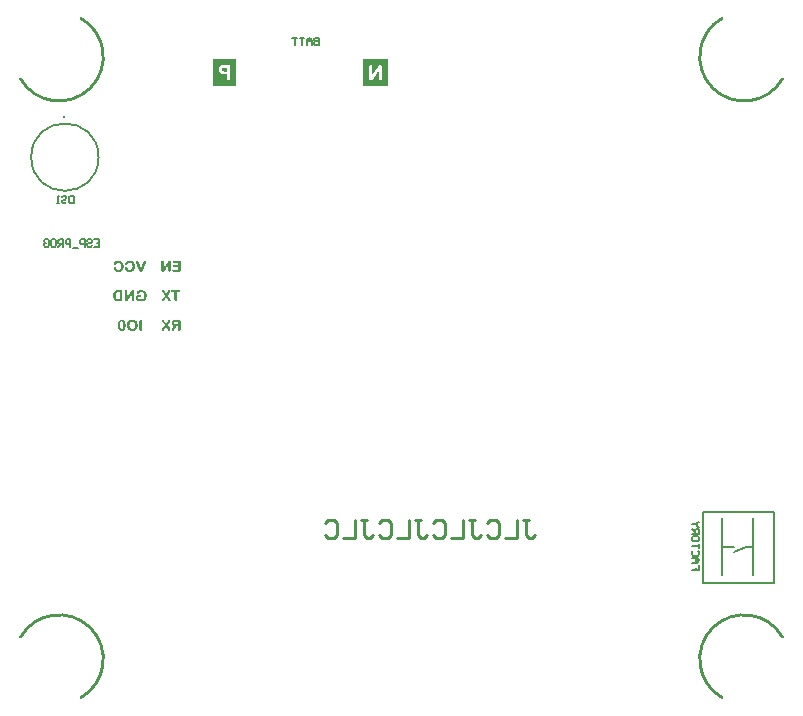
<source format=gbr>
%TF.GenerationSoftware,Altium Limited,Altium Designer,20.1.8 (145)*%
G04 Layer_Color=65535*
%FSLAX45Y45*%
%MOMM*%
%TF.SameCoordinates,BC6BF5D2-64E0-48A2-8BE4-7255E7142536*%
%TF.FilePolarity,Positive*%
%TF.FileFunction,Legend,Bot*%
%TF.Part,Single*%
G01*
G75*
%TA.AperFunction,NonConductor*%
%ADD42C,0.20000*%
%ADD43C,0.25400*%
%ADD44C,0.20320*%
%ADD45C,0.12700*%
G36*
X3132499Y5201305D02*
X2927510D01*
Y5429995D01*
X3132499D01*
Y5201305D01*
D02*
G37*
G36*
X1847965Y5203340D02*
X1652049D01*
Y5429993D01*
X1847965D01*
Y5203340D01*
D02*
G37*
G36*
X1077035Y3724347D02*
X1078560Y3724069D01*
X1079808Y3723515D01*
X1080779Y3722960D01*
X1081750Y3722405D01*
X1082305Y3721850D01*
X1082721Y3721573D01*
X1082859Y3721434D01*
X1083830Y3720325D01*
X1084524Y3719215D01*
X1084940Y3718106D01*
X1085217Y3716996D01*
X1085494Y3716164D01*
X1085633Y3715471D01*
Y3714916D01*
Y3714777D01*
Y3713668D01*
X1085494Y3712558D01*
X1085356Y3711726D01*
Y3711588D01*
Y3711449D01*
X1085078Y3710201D01*
X1084662Y3709091D01*
X1084524Y3708398D01*
X1084385Y3708259D01*
Y3708121D01*
X1083830Y3707011D01*
X1083553Y3705902D01*
X1083275Y3705070D01*
X1083137Y3704931D01*
Y3704792D01*
X1061225Y3645435D01*
X1060531Y3643216D01*
X1059838Y3641275D01*
X1059560Y3640443D01*
X1059283Y3639888D01*
X1059144Y3639472D01*
Y3639333D01*
X1058174Y3637253D01*
X1057619Y3636282D01*
X1057203Y3635450D01*
X1056787Y3634757D01*
X1056509Y3634202D01*
X1056371Y3633925D01*
X1056232Y3633786D01*
X1054845Y3632122D01*
X1053320Y3630735D01*
X1052626Y3630319D01*
X1052072Y3629903D01*
X1051794Y3629764D01*
X1051656Y3629625D01*
X1050546Y3629071D01*
X1049298Y3628793D01*
X1047079Y3628239D01*
X1046108D01*
X1045415Y3628100D01*
X1044721D01*
X1043196Y3628239D01*
X1041809Y3628377D01*
X1040699Y3628655D01*
X1039729Y3628932D01*
X1038897Y3629209D01*
X1038342Y3629348D01*
X1037926Y3629625D01*
X1037787D01*
X1035846Y3631012D01*
X1034459Y3632399D01*
X1033904Y3632954D01*
X1033488Y3633370D01*
X1033349Y3633647D01*
X1033211Y3633786D01*
X1032101Y3635728D01*
X1031130Y3637530D01*
X1030714Y3638363D01*
X1030576Y3638917D01*
X1030298Y3639333D01*
Y3639472D01*
X1029466Y3641830D01*
X1029050Y3642800D01*
X1028773Y3643771D01*
X1028495Y3644465D01*
X1028357Y3645019D01*
X1028218Y3645297D01*
Y3645435D01*
X1006167Y3704792D01*
X1005612Y3706318D01*
X1005335Y3707566D01*
X1005058Y3708259D01*
X1004919Y3708537D01*
X1004503Y3709646D01*
X1004087Y3710756D01*
X1003948Y3711449D01*
X1003810Y3711588D01*
Y3711726D01*
X1003532Y3712975D01*
X1003393Y3713945D01*
Y3714639D01*
Y3714916D01*
X1003671Y3716580D01*
X1004087Y3717967D01*
X1004364Y3718522D01*
X1004503Y3718938D01*
X1004780Y3719215D01*
Y3719354D01*
X1005890Y3720880D01*
X1006999Y3722128D01*
X1007554Y3722544D01*
X1007970Y3722821D01*
X1008247Y3723098D01*
X1008386D01*
X1010189Y3723931D01*
X1011853Y3724347D01*
X1012547Y3724485D01*
X1013517D01*
X1014766Y3724347D01*
X1015875Y3724208D01*
X1016985Y3723931D01*
X1017817Y3723653D01*
X1018510Y3723237D01*
X1018926Y3722960D01*
X1019203Y3722821D01*
X1019342Y3722682D01*
X1020729Y3721296D01*
X1021700Y3720047D01*
X1021977Y3719493D01*
X1022254Y3719215D01*
X1022393Y3718938D01*
Y3718799D01*
X1022671Y3717967D01*
X1023087Y3716858D01*
X1023919Y3714500D01*
X1024335Y3713529D01*
X1024612Y3712697D01*
X1024751Y3712142D01*
X1024889Y3711865D01*
X1044305Y3651538D01*
X1063721Y3712004D01*
X1064414Y3714084D01*
X1065247Y3715887D01*
X1065940Y3717412D01*
X1066495Y3718799D01*
X1067049Y3719770D01*
X1067465Y3720602D01*
X1067743Y3721018D01*
X1067882Y3721157D01*
X1068852Y3722266D01*
X1069962Y3723098D01*
X1071210Y3723653D01*
X1072458Y3724069D01*
X1073706Y3724347D01*
X1074677Y3724485D01*
X1075509D01*
X1077035Y3724347D01*
D02*
G37*
G36*
X952912D02*
X956102Y3723931D01*
X959153Y3723376D01*
X961788Y3722821D01*
X963869Y3722266D01*
X964839Y3721989D01*
X965671Y3721712D01*
X966226Y3721434D01*
X966642Y3721296D01*
X966920Y3721157D01*
X967058D01*
X969971Y3719770D01*
X972744Y3718245D01*
X975102Y3716580D01*
X977321Y3715055D01*
X978985Y3713668D01*
X980233Y3712558D01*
X981065Y3711726D01*
X981204Y3711588D01*
X981343Y3711449D01*
X983423Y3708953D01*
X985365Y3706318D01*
X987029Y3703821D01*
X988277Y3701464D01*
X989248Y3699384D01*
X989664Y3698413D01*
X990080Y3697719D01*
X990357Y3697026D01*
X990496Y3696610D01*
X990635Y3696332D01*
Y3696194D01*
X991744Y3692727D01*
X992437Y3689260D01*
X992992Y3685931D01*
X993408Y3682880D01*
X993547Y3681355D01*
X993686Y3680106D01*
Y3678997D01*
X993824Y3678026D01*
Y3677194D01*
Y3676639D01*
Y3676223D01*
Y3676085D01*
Y3673588D01*
X993686Y3671092D01*
X993408Y3668873D01*
X993131Y3666931D01*
X992992Y3665406D01*
X992715Y3664158D01*
X992576Y3663326D01*
Y3663187D01*
Y3663048D01*
X992021Y3660829D01*
X991467Y3658610D01*
X990773Y3656669D01*
X990218Y3655005D01*
X989525Y3653479D01*
X989109Y3652370D01*
X988832Y3651676D01*
X988693Y3651399D01*
X987722Y3649457D01*
X986613Y3647793D01*
X985642Y3646268D01*
X984671Y3645019D01*
X983978Y3644049D01*
X983284Y3643216D01*
X982868Y3642800D01*
X982730Y3642662D01*
X981065Y3640581D01*
X979401Y3638779D01*
X977737Y3637253D01*
X976350Y3636005D01*
X975102Y3635034D01*
X974131Y3634341D01*
X973576Y3633925D01*
X973299Y3633786D01*
X971357Y3632677D01*
X969416Y3631844D01*
X967613Y3631151D01*
X965949Y3630458D01*
X964423Y3630042D01*
X963314Y3629764D01*
X962620Y3629487D01*
X962343D01*
X957628Y3628655D01*
X955409Y3628377D01*
X953329Y3628239D01*
X951526D01*
X950139Y3628100D01*
X948891D01*
X945424Y3628239D01*
X942095Y3628516D01*
X939183Y3629071D01*
X936686Y3629625D01*
X934606Y3630180D01*
X933774Y3630458D01*
X933081Y3630735D01*
X932526Y3630874D01*
X932110Y3631012D01*
X931971Y3631151D01*
X931833D01*
X929198Y3632399D01*
X926701Y3633786D01*
X924621Y3635173D01*
X922957Y3636421D01*
X921570Y3637530D01*
X920460Y3638501D01*
X919906Y3639056D01*
X919628Y3639333D01*
X917964Y3641275D01*
X916439Y3643078D01*
X915190Y3644881D01*
X914220Y3646406D01*
X913526Y3647793D01*
X912972Y3648903D01*
X912694Y3649457D01*
X912555Y3649735D01*
X911862Y3651676D01*
X911307Y3653479D01*
X910891Y3655143D01*
X910614Y3656530D01*
X910475Y3657778D01*
X910337Y3658610D01*
Y3659304D01*
Y3659443D01*
X910475Y3660829D01*
X910753Y3662078D01*
X911169Y3663187D01*
X911723Y3664158D01*
X912278Y3664990D01*
X912694Y3665545D01*
X912972Y3665822D01*
X913110Y3665961D01*
X914220Y3666931D01*
X915329Y3667625D01*
X916439Y3668041D01*
X917409Y3668457D01*
X918380Y3668596D01*
X919074Y3668734D01*
X919767D01*
X921293Y3668596D01*
X922679Y3668318D01*
X923789Y3667902D01*
X924621Y3667486D01*
X925314Y3666931D01*
X925730Y3666515D01*
X926008Y3666238D01*
X926146Y3666099D01*
X927395Y3664019D01*
X928504Y3662078D01*
X928781Y3661384D01*
X929059Y3660691D01*
X929336Y3660275D01*
Y3660136D01*
X930446Y3657501D01*
X931694Y3655143D01*
X933081Y3653202D01*
X934329Y3651538D01*
X935438Y3650289D01*
X936409Y3649457D01*
X936964Y3648903D01*
X937241Y3648764D01*
X939321Y3647516D01*
X941402Y3646684D01*
X943482Y3645990D01*
X945424Y3645574D01*
X947226Y3645297D01*
X948613Y3645158D01*
X949861D01*
X952358Y3645297D01*
X954715Y3645713D01*
X956657Y3646129D01*
X958460Y3646822D01*
X959985Y3647377D01*
X960956Y3647793D01*
X961650Y3648209D01*
X961927Y3648348D01*
X963730Y3649735D01*
X965255Y3651260D01*
X966642Y3652924D01*
X967752Y3654450D01*
X968722Y3655975D01*
X969277Y3657085D01*
X969693Y3657917D01*
X969832Y3658056D01*
Y3658194D01*
X970803Y3660829D01*
X971496Y3663742D01*
X971912Y3666654D01*
X972190Y3669428D01*
X972467Y3671785D01*
Y3672895D01*
X972606Y3673727D01*
Y3674559D01*
Y3675114D01*
Y3675391D01*
Y3675530D01*
X972467Y3678304D01*
X972328Y3680939D01*
X972051Y3683435D01*
X971635Y3685654D01*
X971080Y3687873D01*
X970525Y3689814D01*
X969971Y3691479D01*
X969416Y3693143D01*
X968861Y3694530D01*
X968306Y3695778D01*
X967752Y3696749D01*
X967197Y3697581D01*
X966781Y3698274D01*
X966504Y3698690D01*
X966226Y3698967D01*
Y3699106D01*
X964978Y3700632D01*
X963730Y3701880D01*
X962343Y3702989D01*
X960817Y3703960D01*
X959431Y3704792D01*
X958044Y3705347D01*
X955409Y3706456D01*
X952912Y3707011D01*
X951942Y3707150D01*
X951110Y3707288D01*
X950277Y3707427D01*
X949307D01*
X946810Y3707288D01*
X944591Y3706872D01*
X942650Y3706456D01*
X941124Y3705902D01*
X939738Y3705208D01*
X938767Y3704792D01*
X938073Y3704376D01*
X937935Y3704237D01*
X936270Y3702851D01*
X934745Y3701325D01*
X933358Y3699800D01*
X932249Y3698135D01*
X931278Y3696749D01*
X930446Y3695639D01*
X930030Y3694807D01*
X929891Y3694668D01*
Y3694530D01*
X929059Y3693004D01*
X928365Y3691756D01*
X927533Y3690646D01*
X926979Y3689814D01*
X926424Y3689121D01*
X926008Y3688705D01*
X925869Y3688427D01*
X925730Y3688289D01*
X924898Y3687734D01*
X923928Y3687318D01*
X921847Y3686763D01*
X921015Y3686625D01*
X920322Y3686486D01*
X919628D01*
X918241Y3686625D01*
X916993Y3686902D01*
X915884Y3687318D01*
X914913Y3687873D01*
X914220Y3688427D01*
X913665Y3688844D01*
X913388Y3689121D01*
X913249Y3689260D01*
X912417Y3690369D01*
X911723Y3691479D01*
X911307Y3692449D01*
X910891Y3693559D01*
X910753Y3694391D01*
X910614Y3695084D01*
Y3695500D01*
Y3695639D01*
X910753Y3697997D01*
X911307Y3700216D01*
X912139Y3702435D01*
X912972Y3704376D01*
X913942Y3706040D01*
X914636Y3707427D01*
X915190Y3708259D01*
X915468Y3708398D01*
Y3708537D01*
X917409Y3711033D01*
X919628Y3713252D01*
X921847Y3715193D01*
X924066Y3716719D01*
X926146Y3718106D01*
X927672Y3719077D01*
X928365Y3719493D01*
X928781Y3719770D01*
X929059Y3719909D01*
X929198D01*
X932665Y3721434D01*
X936132Y3722544D01*
X939460Y3723376D01*
X942650Y3723931D01*
X944037Y3724069D01*
X945424Y3724208D01*
X946533Y3724347D01*
X947504Y3724485D01*
X949445D01*
X952912Y3724347D01*
D02*
G37*
G36*
X856943D02*
X860133Y3723931D01*
X863184Y3723376D01*
X865819Y3722821D01*
X867899Y3722266D01*
X868870Y3721989D01*
X869702Y3721712D01*
X870257Y3721434D01*
X870673Y3721296D01*
X870950Y3721157D01*
X871089D01*
X874001Y3719770D01*
X876775Y3718245D01*
X879133Y3716580D01*
X881352Y3715055D01*
X883016Y3713668D01*
X884264Y3712558D01*
X885096Y3711726D01*
X885235Y3711588D01*
X885373Y3711449D01*
X887454Y3708953D01*
X889395Y3706318D01*
X891059Y3703821D01*
X892308Y3701464D01*
X893278Y3699384D01*
X893694Y3698413D01*
X894110Y3697719D01*
X894388Y3697026D01*
X894527Y3696610D01*
X894665Y3696332D01*
Y3696194D01*
X895775Y3692727D01*
X896468Y3689260D01*
X897023Y3685931D01*
X897439Y3682880D01*
X897578Y3681355D01*
X897716Y3680106D01*
Y3678997D01*
X897855Y3678026D01*
Y3677194D01*
Y3676639D01*
Y3676223D01*
Y3676085D01*
Y3673588D01*
X897716Y3671092D01*
X897439Y3668873D01*
X897162Y3666931D01*
X897023Y3665406D01*
X896745Y3664158D01*
X896607Y3663326D01*
Y3663187D01*
Y3663048D01*
X896052Y3660829D01*
X895497Y3658610D01*
X894804Y3656669D01*
X894249Y3655005D01*
X893556Y3653479D01*
X893140Y3652370D01*
X892862Y3651676D01*
X892724Y3651399D01*
X891753Y3649457D01*
X890643Y3647793D01*
X889673Y3646268D01*
X888702Y3645019D01*
X888008Y3644049D01*
X887315Y3643216D01*
X886899Y3642800D01*
X886760Y3642662D01*
X885096Y3640581D01*
X883432Y3638779D01*
X881768Y3637253D01*
X880381Y3636005D01*
X879133Y3635034D01*
X878162Y3634341D01*
X877607Y3633925D01*
X877330Y3633786D01*
X875388Y3632677D01*
X873447Y3631844D01*
X871644Y3631151D01*
X869979Y3630458D01*
X868454Y3630042D01*
X867344Y3629764D01*
X866651Y3629487D01*
X866374D01*
X861658Y3628655D01*
X859439Y3628377D01*
X857359Y3628239D01*
X855556D01*
X854169Y3628100D01*
X852921D01*
X849454Y3628239D01*
X846126Y3628516D01*
X843213Y3629071D01*
X840717Y3629625D01*
X838637Y3630180D01*
X837805Y3630458D01*
X837111Y3630735D01*
X836557Y3630874D01*
X836141Y3631012D01*
X836002Y3631151D01*
X835863D01*
X833228Y3632399D01*
X830732Y3633786D01*
X828652Y3635173D01*
X826987Y3636421D01*
X825601Y3637530D01*
X824491Y3638501D01*
X823936Y3639056D01*
X823659Y3639333D01*
X821995Y3641275D01*
X820469Y3643078D01*
X819221Y3644881D01*
X818250Y3646406D01*
X817557Y3647793D01*
X817002Y3648903D01*
X816725Y3649457D01*
X816586Y3649735D01*
X815893Y3651676D01*
X815338Y3653479D01*
X814922Y3655143D01*
X814645Y3656530D01*
X814506Y3657778D01*
X814367Y3658610D01*
Y3659304D01*
Y3659443D01*
X814506Y3660829D01*
X814783Y3662078D01*
X815199Y3663187D01*
X815754Y3664158D01*
X816309Y3664990D01*
X816725Y3665545D01*
X817002Y3665822D01*
X817141Y3665961D01*
X818250Y3666931D01*
X819360Y3667625D01*
X820469Y3668041D01*
X821440Y3668457D01*
X822411Y3668596D01*
X823104Y3668734D01*
X823798D01*
X825323Y3668596D01*
X826710Y3668318D01*
X827820Y3667902D01*
X828652Y3667486D01*
X829345Y3666931D01*
X829761Y3666515D01*
X830038Y3666238D01*
X830177Y3666099D01*
X831425Y3664019D01*
X832535Y3662078D01*
X832812Y3661384D01*
X833090Y3660691D01*
X833367Y3660275D01*
Y3660136D01*
X834476Y3657501D01*
X835725Y3655143D01*
X837111Y3653202D01*
X838360Y3651538D01*
X839469Y3650289D01*
X840440Y3649457D01*
X840995Y3648903D01*
X841272Y3648764D01*
X843352Y3647516D01*
X845432Y3646684D01*
X847513Y3645990D01*
X849454Y3645574D01*
X851257Y3645297D01*
X852644Y3645158D01*
X853892D01*
X856388Y3645297D01*
X858746Y3645713D01*
X860688Y3646129D01*
X862491Y3646822D01*
X864016Y3647377D01*
X864987Y3647793D01*
X865680Y3648209D01*
X865958Y3648348D01*
X867761Y3649735D01*
X869286Y3651260D01*
X870673Y3652924D01*
X871782Y3654450D01*
X872753Y3655975D01*
X873308Y3657085D01*
X873724Y3657917D01*
X873863Y3658056D01*
Y3658194D01*
X874833Y3660829D01*
X875527Y3663742D01*
X875943Y3666654D01*
X876220Y3669428D01*
X876498Y3671785D01*
Y3672895D01*
X876636Y3673727D01*
Y3674559D01*
Y3675114D01*
Y3675391D01*
Y3675530D01*
X876498Y3678304D01*
X876359Y3680939D01*
X876082Y3683435D01*
X875666Y3685654D01*
X875111Y3687873D01*
X874556Y3689814D01*
X874001Y3691479D01*
X873447Y3693143D01*
X872892Y3694530D01*
X872337Y3695778D01*
X871782Y3696749D01*
X871228Y3697581D01*
X870812Y3698274D01*
X870534Y3698690D01*
X870257Y3698967D01*
Y3699106D01*
X869009Y3700632D01*
X867761Y3701880D01*
X866374Y3702989D01*
X864848Y3703960D01*
X863461Y3704792D01*
X862074Y3705347D01*
X859439Y3706456D01*
X856943Y3707011D01*
X855972Y3707150D01*
X855140Y3707288D01*
X854308Y3707427D01*
X853337D01*
X850841Y3707288D01*
X848622Y3706872D01*
X846681Y3706456D01*
X845155Y3705902D01*
X843768Y3705208D01*
X842797Y3704792D01*
X842104Y3704376D01*
X841965Y3704237D01*
X840301Y3702851D01*
X838776Y3701325D01*
X837389Y3699800D01*
X836279Y3698135D01*
X835308Y3696749D01*
X834476Y3695639D01*
X834060Y3694807D01*
X833922Y3694668D01*
Y3694530D01*
X833090Y3693004D01*
X832396Y3691756D01*
X831564Y3690646D01*
X831009Y3689814D01*
X830455Y3689121D01*
X830038Y3688705D01*
X829900Y3688427D01*
X829761Y3688289D01*
X828929Y3687734D01*
X827958Y3687318D01*
X825878Y3686763D01*
X825046Y3686625D01*
X824352Y3686486D01*
X823659D01*
X822272Y3686625D01*
X821024Y3686902D01*
X819915Y3687318D01*
X818944Y3687873D01*
X818250Y3688427D01*
X817696Y3688844D01*
X817418Y3689121D01*
X817280Y3689260D01*
X816447Y3690369D01*
X815754Y3691479D01*
X815338Y3692449D01*
X814922Y3693559D01*
X814783Y3694391D01*
X814645Y3695084D01*
Y3695500D01*
Y3695639D01*
X814783Y3697997D01*
X815338Y3700216D01*
X816170Y3702435D01*
X817002Y3704376D01*
X817973Y3706040D01*
X818666Y3707427D01*
X819221Y3708259D01*
X819498Y3708398D01*
Y3708537D01*
X821440Y3711033D01*
X823659Y3713252D01*
X825878Y3715193D01*
X828097Y3716719D01*
X830177Y3718106D01*
X831703Y3719077D01*
X832396Y3719493D01*
X832812Y3719770D01*
X833090Y3719909D01*
X833228D01*
X836695Y3721434D01*
X840162Y3722544D01*
X843491Y3723376D01*
X846681Y3723931D01*
X848067Y3724069D01*
X849454Y3724208D01*
X850564Y3724347D01*
X851534Y3724485D01*
X853476D01*
X856943Y3724347D01*
D02*
G37*
G36*
X1285369D02*
X1286617Y3724208D01*
X1287726Y3723792D01*
X1288697Y3723515D01*
X1289529Y3723098D01*
X1290084Y3722682D01*
X1290500Y3722544D01*
X1290639Y3722405D01*
X1291748Y3721573D01*
X1292580Y3720741D01*
X1293412Y3719909D01*
X1293967Y3718938D01*
X1294522Y3718245D01*
X1294799Y3717551D01*
X1294938Y3717135D01*
X1295077Y3716996D01*
X1295354Y3716026D01*
X1295631Y3714777D01*
X1295909Y3712420D01*
X1296047Y3711449D01*
Y3710617D01*
Y3710062D01*
Y3709785D01*
Y3639749D01*
X1295909Y3637808D01*
X1295631Y3636005D01*
X1295215Y3634618D01*
X1294661Y3633370D01*
X1294245Y3632399D01*
X1293829Y3631706D01*
X1293551Y3631290D01*
X1293412Y3631151D01*
X1292303Y3630180D01*
X1291194Y3629348D01*
X1289945Y3628793D01*
X1288836Y3628516D01*
X1287726Y3628239D01*
X1286894Y3628100D01*
X1286201D01*
X1284675Y3628239D01*
X1283289Y3628516D01*
X1282040Y3629071D01*
X1281070Y3629625D01*
X1280237Y3630180D01*
X1279683Y3630735D01*
X1279267Y3631012D01*
X1279128Y3631151D01*
X1278157Y3632399D01*
X1277464Y3633786D01*
X1276909Y3635311D01*
X1276632Y3636698D01*
X1276354Y3637946D01*
X1276216Y3638917D01*
Y3639611D01*
Y3639888D01*
Y3691895D01*
X1244041Y3639195D01*
X1242931Y3637530D01*
X1241961Y3636144D01*
X1241545Y3635589D01*
X1241406Y3635173D01*
X1241129Y3635034D01*
Y3634895D01*
X1240019Y3633509D01*
X1238910Y3632399D01*
X1238078Y3631567D01*
X1237939Y3631428D01*
X1237800Y3631290D01*
X1236413Y3630180D01*
X1235026Y3629487D01*
X1234472Y3629209D01*
X1234194Y3629071D01*
X1233917Y3628932D01*
X1233778D01*
X1232114Y3628516D01*
X1230450Y3628239D01*
X1229756Y3628100D01*
X1228786D01*
X1226844Y3628239D01*
X1225041Y3628655D01*
X1223516Y3629348D01*
X1222268Y3630180D01*
X1221158Y3631151D01*
X1220187Y3632260D01*
X1219494Y3633509D01*
X1218800Y3634757D01*
X1217968Y3637114D01*
X1217691Y3638224D01*
X1217552Y3639195D01*
Y3640027D01*
X1217414Y3640720D01*
Y3641136D01*
Y3641275D01*
Y3712697D01*
X1217552Y3714777D01*
X1217830Y3716442D01*
X1218246Y3717967D01*
X1218800Y3719215D01*
X1219355Y3720186D01*
X1219771Y3720880D01*
X1220049Y3721296D01*
X1220187Y3721434D01*
X1221297Y3722405D01*
X1222406Y3723237D01*
X1223654Y3723792D01*
X1224764Y3724069D01*
X1225873Y3724347D01*
X1226705Y3724485D01*
X1227399D01*
X1228924Y3724347D01*
X1230311Y3724069D01*
X1231559Y3723515D01*
X1232530Y3722960D01*
X1233362Y3722405D01*
X1233917Y3721850D01*
X1234333Y3721573D01*
X1234472Y3721434D01*
X1235304Y3720186D01*
X1235859Y3718799D01*
X1236413Y3717274D01*
X1236691Y3715887D01*
X1236829Y3714639D01*
X1236968Y3713668D01*
Y3712975D01*
Y3712697D01*
Y3659997D01*
X1269836Y3712558D01*
X1270946Y3714361D01*
X1271916Y3715887D01*
X1272332Y3716442D01*
X1272610Y3716858D01*
X1272887Y3717135D01*
Y3717274D01*
X1273858Y3718799D01*
X1274829Y3720047D01*
X1275522Y3720741D01*
X1275661Y3721018D01*
X1275800D01*
X1277048Y3721989D01*
X1278157Y3722821D01*
X1278989Y3723376D01*
X1279267Y3723515D01*
X1279405D01*
X1280931Y3724069D01*
X1282456Y3724347D01*
X1283150Y3724485D01*
X1284121D01*
X1285369Y3724347D01*
D02*
G37*
G36*
X1373017Y3722682D02*
X1374265Y3722544D01*
X1375236Y3722266D01*
X1376068Y3721989D01*
X1376623Y3721850D01*
X1377039Y3721573D01*
X1377178D01*
X1378148Y3721018D01*
X1378980Y3720463D01*
X1380229Y3719077D01*
X1380783Y3718383D01*
X1381061Y3717828D01*
X1381199Y3717551D01*
X1381338Y3717412D01*
X1381754Y3716303D01*
X1382032Y3715193D01*
X1382448Y3712836D01*
Y3711865D01*
X1382586Y3711033D01*
Y3710478D01*
Y3710340D01*
Y3642107D01*
X1382448Y3639888D01*
X1382170Y3637808D01*
X1381615Y3636282D01*
X1381061Y3634895D01*
X1380645Y3633786D01*
X1380090Y3633093D01*
X1379813Y3632677D01*
X1379674Y3632538D01*
X1378426Y3631567D01*
X1376900Y3630874D01*
X1375375Y3630319D01*
X1373849Y3630042D01*
X1372462Y3629764D01*
X1371353Y3629625D01*
X1320178D01*
X1318514Y3629764D01*
X1316989Y3630042D01*
X1315741Y3630319D01*
X1314631Y3630874D01*
X1313799Y3631290D01*
X1313106Y3631567D01*
X1312828Y3631844D01*
X1312690Y3631983D01*
X1311857Y3632954D01*
X1311164Y3633925D01*
X1310748Y3634895D01*
X1310332Y3635866D01*
X1310193Y3636837D01*
X1310055Y3637530D01*
Y3637946D01*
Y3638085D01*
X1310193Y3639472D01*
X1310471Y3640581D01*
X1310887Y3641691D01*
X1311303Y3642523D01*
X1311857Y3643216D01*
X1312273Y3643771D01*
X1312551Y3644049D01*
X1312690Y3644187D01*
X1313799Y3645019D01*
X1314908Y3645574D01*
X1316157Y3646129D01*
X1317405Y3646406D01*
X1318514Y3646545D01*
X1319346Y3646684D01*
X1361645D01*
Y3670121D01*
X1324894D01*
X1323230Y3670260D01*
X1321704Y3670537D01*
X1320456Y3670815D01*
X1319485Y3671231D01*
X1318653Y3671647D01*
X1318098Y3672063D01*
X1317821Y3672201D01*
X1317682Y3672340D01*
X1316850Y3673311D01*
X1316295Y3674282D01*
X1315741Y3675252D01*
X1315463Y3676223D01*
X1315325Y3677055D01*
X1315186Y3677749D01*
Y3678165D01*
Y3678304D01*
X1315325Y3679552D01*
X1315602Y3680800D01*
X1316018Y3681771D01*
X1316434Y3682603D01*
X1316850Y3683296D01*
X1317266Y3683712D01*
X1317543Y3683990D01*
X1317682Y3684128D01*
X1318653Y3684960D01*
X1319901Y3685515D01*
X1321011Y3685931D01*
X1322259Y3686209D01*
X1323230Y3686347D01*
X1324062Y3686486D01*
X1361645D01*
Y3706318D01*
X1321704D01*
X1319901Y3706456D01*
X1318376Y3706734D01*
X1317127Y3707011D01*
X1316018Y3707427D01*
X1315325Y3707843D01*
X1314631Y3708259D01*
X1314354Y3708398D01*
X1314215Y3708537D01*
X1313383Y3709507D01*
X1312690Y3710478D01*
X1312273Y3711449D01*
X1311857Y3712420D01*
X1311719Y3713391D01*
X1311580Y3714084D01*
Y3714500D01*
Y3714639D01*
X1311719Y3715887D01*
X1311996Y3717135D01*
X1312412Y3718106D01*
X1312828Y3718938D01*
X1313383Y3719631D01*
X1313799Y3720186D01*
X1314076Y3720463D01*
X1314215Y3720602D01*
X1315186Y3721434D01*
X1316434Y3721989D01*
X1317682Y3722405D01*
X1318930Y3722682D01*
X1320040Y3722821D01*
X1320872Y3722960D01*
X1371769D01*
X1373017Y3722682D01*
D02*
G37*
G36*
X975379Y3474347D02*
X976627Y3474208D01*
X977737Y3473792D01*
X978708Y3473515D01*
X979540Y3473098D01*
X980095Y3472682D01*
X980511Y3472544D01*
X980649Y3472405D01*
X981759Y3471573D01*
X982591Y3470741D01*
X983423Y3469909D01*
X983978Y3468938D01*
X984532Y3468245D01*
X984810Y3467551D01*
X984948Y3467135D01*
X985087Y3466996D01*
X985365Y3466026D01*
X985642Y3464777D01*
X985919Y3462420D01*
X986058Y3461449D01*
Y3460617D01*
Y3460062D01*
Y3459785D01*
Y3389749D01*
X985919Y3387808D01*
X985642Y3386005D01*
X985226Y3384618D01*
X984671Y3383370D01*
X984255Y3382399D01*
X983839Y3381706D01*
X983562Y3381290D01*
X983423Y3381151D01*
X982314Y3380180D01*
X981204Y3379348D01*
X979956Y3378793D01*
X978846Y3378516D01*
X977737Y3378239D01*
X976905Y3378100D01*
X976211D01*
X974686Y3378239D01*
X973299Y3378516D01*
X972051Y3379071D01*
X971080Y3379625D01*
X970248Y3380180D01*
X969693Y3380735D01*
X969277Y3381012D01*
X969139Y3381151D01*
X968168Y3382399D01*
X967474Y3383786D01*
X966920Y3385311D01*
X966642Y3386698D01*
X966365Y3387946D01*
X966226Y3388917D01*
Y3389611D01*
Y3389888D01*
Y3441895D01*
X934051Y3389195D01*
X932942Y3387530D01*
X931971Y3386144D01*
X931555Y3385589D01*
X931416Y3385173D01*
X931139Y3385034D01*
Y3384895D01*
X930030Y3383509D01*
X928920Y3382399D01*
X928088Y3381567D01*
X927949Y3381428D01*
X927811Y3381290D01*
X926424Y3380180D01*
X925037Y3379487D01*
X924482Y3379209D01*
X924205Y3379071D01*
X923928Y3378932D01*
X923789D01*
X922125Y3378516D01*
X920460Y3378239D01*
X919767Y3378100D01*
X918796D01*
X916855Y3378239D01*
X915052Y3378655D01*
X913526Y3379348D01*
X912278Y3380180D01*
X911169Y3381151D01*
X910198Y3382260D01*
X909504Y3383509D01*
X908811Y3384757D01*
X907979Y3387114D01*
X907702Y3388224D01*
X907563Y3389195D01*
Y3390027D01*
X907424Y3390720D01*
Y3391136D01*
Y3391275D01*
Y3462697D01*
X907563Y3464777D01*
X907840Y3466442D01*
X908256Y3467967D01*
X908811Y3469215D01*
X909366Y3470186D01*
X909782Y3470880D01*
X910059Y3471296D01*
X910198Y3471434D01*
X911307Y3472405D01*
X912417Y3473237D01*
X913665Y3473792D01*
X914774Y3474069D01*
X915884Y3474347D01*
X916716Y3474485D01*
X917409D01*
X918935Y3474347D01*
X920322Y3474069D01*
X921570Y3473515D01*
X922541Y3472960D01*
X923373Y3472405D01*
X923928Y3471850D01*
X924344Y3471573D01*
X924482Y3471434D01*
X925314Y3470186D01*
X925869Y3468799D01*
X926424Y3467274D01*
X926701Y3465887D01*
X926840Y3464639D01*
X926979Y3463668D01*
Y3462975D01*
Y3462697D01*
Y3409997D01*
X959847Y3462558D01*
X960956Y3464361D01*
X961927Y3465887D01*
X962343Y3466442D01*
X962620Y3466858D01*
X962898Y3467135D01*
Y3467274D01*
X963869Y3468799D01*
X964839Y3470047D01*
X965533Y3470741D01*
X965671Y3471018D01*
X965810D01*
X967058Y3471989D01*
X968168Y3472821D01*
X969000Y3473376D01*
X969277Y3473515D01*
X969416D01*
X970941Y3474069D01*
X972467Y3474347D01*
X973160Y3474485D01*
X974131D01*
X975379Y3474347D01*
D02*
G37*
G36*
X1048327D02*
X1052210Y3473931D01*
X1055677Y3473376D01*
X1058590Y3472821D01*
X1059977Y3472405D01*
X1061086Y3472128D01*
X1062057Y3471850D01*
X1063028Y3471573D01*
X1063582Y3471296D01*
X1064137Y3471157D01*
X1064414Y3471018D01*
X1064553D01*
X1067743Y3469631D01*
X1070794Y3468106D01*
X1073429Y3466442D01*
X1075648Y3464916D01*
X1077451Y3463529D01*
X1078838Y3462420D01*
X1079670Y3461588D01*
X1079808Y3461449D01*
X1079947Y3461310D01*
X1082166Y3458814D01*
X1084108Y3456318D01*
X1085633Y3453683D01*
X1087020Y3451325D01*
X1087991Y3449245D01*
X1088407Y3448274D01*
X1088823Y3447581D01*
X1089100Y3446887D01*
X1089239Y3446471D01*
X1089378Y3446194D01*
Y3446055D01*
X1090487Y3442588D01*
X1091180Y3439121D01*
X1091735Y3435792D01*
X1092151Y3432741D01*
X1092290Y3431355D01*
X1092429Y3430106D01*
Y3428997D01*
X1092567Y3428026D01*
Y3427333D01*
Y3426778D01*
Y3426362D01*
Y3426223D01*
X1092429Y3422201D01*
X1092013Y3418457D01*
X1091458Y3415129D01*
X1090903Y3412078D01*
X1090626Y3410829D01*
X1090348Y3409720D01*
X1090071Y3408749D01*
X1089794Y3407778D01*
X1089516Y3407224D01*
X1089378Y3406669D01*
X1089239Y3406391D01*
Y3406253D01*
X1087852Y3403063D01*
X1086327Y3400012D01*
X1084801Y3397377D01*
X1083137Y3395158D01*
X1081750Y3393355D01*
X1080640Y3391968D01*
X1079947Y3391136D01*
X1079670Y3390998D01*
Y3390859D01*
X1077173Y3388640D01*
X1074677Y3386698D01*
X1072181Y3385034D01*
X1069823Y3383786D01*
X1067743Y3382676D01*
X1066911Y3382260D01*
X1066217Y3381844D01*
X1065524Y3381706D01*
X1065108Y3381428D01*
X1064830Y3381290D01*
X1064692D01*
X1061363Y3380180D01*
X1057896Y3379487D01*
X1054568Y3378932D01*
X1051517Y3378516D01*
X1050269Y3378377D01*
X1049021Y3378239D01*
X1047911D01*
X1046940Y3378100D01*
X1045137D01*
X1041809Y3378239D01*
X1038619Y3378377D01*
X1035707Y3378793D01*
X1033211Y3379209D01*
X1031130Y3379487D01*
X1030298Y3379764D01*
X1029605Y3379903D01*
X1029050Y3380041D01*
X1028634D01*
X1028357Y3380180D01*
X1028218D01*
X1025306Y3381012D01*
X1022393Y3382122D01*
X1019619Y3383093D01*
X1017123Y3384202D01*
X1015043Y3385173D01*
X1014211Y3385589D01*
X1013379Y3386005D01*
X1012824Y3386282D01*
X1012408Y3386560D01*
X1012131Y3386698D01*
X1011992D01*
X1009912Y3387946D01*
X1009080Y3388501D01*
X1008386Y3389056D01*
X1007831Y3389472D01*
X1007277Y3389888D01*
X1007138Y3390027D01*
X1006999Y3390165D01*
X1005751Y3391691D01*
X1004919Y3392939D01*
X1004642Y3393494D01*
X1004364Y3393910D01*
X1004226Y3394187D01*
Y3394326D01*
X1003671Y3396268D01*
X1003532Y3398209D01*
X1003393Y3399041D01*
Y3399735D01*
Y3400151D01*
Y3400289D01*
Y3417625D01*
X1003532Y3419428D01*
X1003671Y3420953D01*
X1003948Y3422340D01*
X1004364Y3423450D01*
X1004780Y3424282D01*
X1005058Y3424836D01*
X1005196Y3425252D01*
X1005335Y3425391D01*
X1006167Y3426362D01*
X1006861Y3427194D01*
X1007831Y3427749D01*
X1008525Y3428304D01*
X1009218Y3428581D01*
X1009773Y3428858D01*
X1010189Y3428997D01*
X1010328D01*
X1012685Y3429552D01*
X1013795Y3429690D01*
X1014904D01*
X1015875Y3429829D01*
X1038064D01*
X1039590Y3429690D01*
X1040977Y3429413D01*
X1042086Y3429136D01*
X1043196Y3428720D01*
X1043889Y3428165D01*
X1044583Y3427887D01*
X1044860Y3427610D01*
X1044999Y3427471D01*
X1045831Y3426501D01*
X1046386Y3425530D01*
X1046940Y3424559D01*
X1047218Y3423588D01*
X1047356Y3422756D01*
X1047495Y3422063D01*
Y3421647D01*
Y3421508D01*
X1047356Y3419982D01*
X1047079Y3418734D01*
X1046524Y3417625D01*
X1045969Y3416793D01*
X1045415Y3416099D01*
X1044860Y3415683D01*
X1044583Y3415406D01*
X1044444Y3415267D01*
X1043196Y3414713D01*
X1041809Y3414296D01*
X1040422Y3413880D01*
X1039035Y3413742D01*
X1037787Y3413603D01*
X1036816Y3413464D01*
X1022809D01*
Y3400705D01*
X1026554Y3398903D01*
X1028357Y3398209D01*
X1030021Y3397516D01*
X1031408Y3397100D01*
X1032378Y3396684D01*
X1033072Y3396545D01*
X1033349Y3396406D01*
X1035429Y3395851D01*
X1037510Y3395574D01*
X1039451Y3395297D01*
X1041254Y3395019D01*
X1042780D01*
X1043889Y3394881D01*
X1044999D01*
X1047218Y3395019D01*
X1049437Y3395297D01*
X1051378Y3395574D01*
X1053320Y3396129D01*
X1054984Y3396684D01*
X1056648Y3397377D01*
X1058035Y3398209D01*
X1059422Y3398903D01*
X1060531Y3399596D01*
X1061502Y3400428D01*
X1062473Y3401121D01*
X1063166Y3401676D01*
X1063721Y3402231D01*
X1064137Y3402647D01*
X1064276Y3402786D01*
X1064414Y3402924D01*
X1065663Y3404589D01*
X1066633Y3406253D01*
X1067604Y3408194D01*
X1068436Y3410136D01*
X1069684Y3414019D01*
X1070517Y3417902D01*
X1070794Y3419705D01*
X1070933Y3421369D01*
X1071071Y3422895D01*
X1071210Y3424143D01*
X1071349Y3425252D01*
Y3426085D01*
Y3426639D01*
Y3426778D01*
X1071210Y3429413D01*
X1071071Y3431909D01*
X1070794Y3434128D01*
X1070378Y3436070D01*
X1070100Y3437595D01*
X1069823Y3438844D01*
X1069684Y3439537D01*
X1069546Y3439814D01*
X1068852Y3441895D01*
X1068020Y3443836D01*
X1067188Y3445500D01*
X1066356Y3447026D01*
X1065524Y3448135D01*
X1064969Y3448967D01*
X1064553Y3449522D01*
X1064414Y3449661D01*
X1063028Y3451048D01*
X1061641Y3452296D01*
X1060254Y3453405D01*
X1059006Y3454237D01*
X1057896Y3454931D01*
X1057064Y3455347D01*
X1056371Y3455624D01*
X1056232Y3455763D01*
X1054429Y3456456D01*
X1052488Y3457011D01*
X1050685Y3457288D01*
X1049021Y3457566D01*
X1047634Y3457705D01*
X1046386Y3457843D01*
X1045415D01*
X1043334Y3457705D01*
X1041393Y3457566D01*
X1039867Y3457288D01*
X1038481Y3457011D01*
X1037371Y3456595D01*
X1036539Y3456318D01*
X1035984Y3456179D01*
X1035846Y3456040D01*
X1034459Y3455347D01*
X1033349Y3454653D01*
X1032240Y3453821D01*
X1031408Y3453128D01*
X1030714Y3452573D01*
X1030298Y3452018D01*
X1030021Y3451741D01*
X1029882Y3451602D01*
X1028911Y3450493D01*
X1027941Y3449383D01*
X1026138Y3446749D01*
X1025306Y3445639D01*
X1024751Y3444668D01*
X1024335Y3444114D01*
X1024196Y3443836D01*
X1023087Y3442588D01*
X1021977Y3441617D01*
X1021006Y3441062D01*
X1020868Y3440785D01*
X1020729D01*
X1019203Y3440092D01*
X1017678Y3439814D01*
X1017123Y3439676D01*
X1016291D01*
X1014766Y3439814D01*
X1013379Y3440092D01*
X1012269Y3440508D01*
X1011160Y3441062D01*
X1010328Y3441617D01*
X1009773Y3442033D01*
X1009357Y3442311D01*
X1009218Y3442449D01*
X1008247Y3443559D01*
X1007554Y3444807D01*
X1006999Y3445916D01*
X1006722Y3447026D01*
X1006445Y3447997D01*
X1006306Y3448690D01*
Y3449245D01*
Y3449383D01*
X1006445Y3450770D01*
X1006722Y3452018D01*
X1006999Y3453405D01*
X1007415Y3454515D01*
X1007970Y3455624D01*
X1008247Y3456456D01*
X1008525Y3457011D01*
X1008663Y3457150D01*
X1009634Y3458814D01*
X1010744Y3460340D01*
X1011853Y3461726D01*
X1012963Y3462975D01*
X1013933Y3463945D01*
X1014766Y3464777D01*
X1015320Y3465332D01*
X1015598Y3465471D01*
X1017401Y3466858D01*
X1019342Y3468106D01*
X1021422Y3469215D01*
X1023225Y3470186D01*
X1024889Y3470880D01*
X1026276Y3471434D01*
X1026831Y3471573D01*
X1027247Y3471712D01*
X1027386Y3471850D01*
X1027524D01*
X1030298Y3472682D01*
X1033211Y3473376D01*
X1035984Y3473792D01*
X1038481Y3474208D01*
X1040838Y3474347D01*
X1041809D01*
X1042641Y3474485D01*
X1044167D01*
X1048327Y3474347D01*
D02*
G37*
G36*
X877468Y3472821D02*
X879410Y3472544D01*
X881074Y3471989D01*
X882322Y3471434D01*
X883432Y3470880D01*
X884125Y3470325D01*
X884541Y3470047D01*
X884680Y3469909D01*
X885651Y3468661D01*
X886344Y3467135D01*
X886899Y3465610D01*
X887176Y3463945D01*
X887454Y3462558D01*
X887592Y3461449D01*
Y3460617D01*
Y3460478D01*
Y3460340D01*
Y3393771D01*
Y3392107D01*
X887454Y3390720D01*
X887315Y3389333D01*
X887176Y3388224D01*
X887038Y3387392D01*
X886899Y3386698D01*
X886760Y3386282D01*
Y3386144D01*
X886344Y3385034D01*
X885789Y3384063D01*
X885235Y3383231D01*
X884541Y3382538D01*
X883987Y3381983D01*
X883432Y3381567D01*
X883154Y3381428D01*
X883016Y3381290D01*
X881768Y3380735D01*
X880519Y3380319D01*
X877884Y3379903D01*
X876636Y3379764D01*
X875666Y3379625D01*
X848483D01*
X846265Y3379764D01*
X844323Y3379903D01*
X842659Y3380041D01*
X841272D01*
X840162Y3380180D01*
X839608Y3380319D01*
X839330D01*
X837389Y3380735D01*
X835725Y3381151D01*
X834060Y3381567D01*
X832673Y3382122D01*
X831425Y3382538D01*
X830593Y3382954D01*
X829900Y3383093D01*
X829761Y3383231D01*
X828097Y3384063D01*
X826433Y3385034D01*
X824907Y3386144D01*
X823659Y3387114D01*
X822550Y3387946D01*
X821579Y3388640D01*
X821024Y3389195D01*
X820885Y3389333D01*
X819360Y3390859D01*
X817973Y3392384D01*
X816725Y3394049D01*
X815615Y3395574D01*
X814783Y3396822D01*
X814090Y3397793D01*
X813674Y3398486D01*
X813535Y3398764D01*
X812426Y3400844D01*
X811593Y3403063D01*
X810761Y3405143D01*
X810068Y3407085D01*
X809652Y3408749D01*
X809236Y3410136D01*
X808959Y3410968D01*
Y3411107D01*
Y3411245D01*
X808404Y3413880D01*
X808126Y3416515D01*
X807849Y3419150D01*
X807572Y3421508D01*
Y3423450D01*
X807433Y3425114D01*
Y3425669D01*
Y3426085D01*
Y3426362D01*
Y3426501D01*
X807572Y3431077D01*
X807988Y3435376D01*
X808681Y3439260D01*
X809652Y3442865D01*
X810761Y3446194D01*
X811871Y3449245D01*
X813119Y3451880D01*
X814506Y3454376D01*
X815754Y3456456D01*
X817141Y3458259D01*
X818250Y3459785D01*
X819360Y3461033D01*
X820331Y3462004D01*
X821024Y3462697D01*
X821440Y3463113D01*
X821579Y3463252D01*
X823936Y3465332D01*
X826155Y3466996D01*
X828374Y3468383D01*
X830455Y3469354D01*
X832257Y3470186D01*
X833506Y3470602D01*
X834060Y3470880D01*
X834476D01*
X834615Y3471018D01*
X834754D01*
X837389Y3471712D01*
X840301Y3472128D01*
X843075Y3472544D01*
X845571Y3472682D01*
X847790Y3472821D01*
X848761Y3472960D01*
X875249D01*
X877468Y3472821D01*
D02*
G37*
G36*
X884888Y3223376D02*
X888216Y3222821D01*
X891129Y3222128D01*
X893625Y3221157D01*
X895705Y3220186D01*
X896537Y3219770D01*
X897370Y3219493D01*
X897924Y3219077D01*
X898340Y3218938D01*
X898479Y3218661D01*
X898618D01*
X901114Y3216719D01*
X903333Y3214500D01*
X905136Y3212281D01*
X906661Y3210062D01*
X907910Y3208121D01*
X908742Y3206456D01*
X909019Y3205902D01*
X909296Y3205486D01*
X909435Y3205208D01*
Y3205070D01*
X910267Y3202712D01*
X910961Y3200354D01*
X911515Y3197997D01*
X911931Y3195916D01*
X912347Y3194113D01*
X912625Y3192588D01*
Y3192033D01*
X912763Y3191617D01*
Y3191479D01*
Y3191340D01*
X913041Y3188427D01*
X913318Y3185515D01*
X913457Y3182603D01*
X913596Y3179968D01*
X913734Y3177749D01*
Y3176778D01*
Y3175946D01*
Y3175252D01*
Y3174698D01*
Y3174420D01*
Y3174282D01*
Y3171647D01*
X913596Y3169012D01*
X913457Y3166793D01*
X913318Y3164712D01*
X913180Y3163048D01*
X913041Y3161800D01*
X912902Y3160968D01*
Y3160829D01*
Y3160691D01*
X912486Y3158333D01*
X912070Y3156253D01*
X911515Y3154173D01*
X910961Y3152370D01*
X910545Y3150844D01*
X910128Y3149735D01*
X909990Y3149041D01*
X909851Y3148764D01*
X908326Y3145435D01*
X906523Y3142384D01*
X904581Y3139749D01*
X902640Y3137669D01*
X900975Y3135866D01*
X899588Y3134618D01*
X899034Y3134202D01*
X898618Y3133925D01*
X898479Y3133647D01*
X898340D01*
X895289Y3131844D01*
X892238Y3130458D01*
X889326Y3129625D01*
X886552Y3128932D01*
X884195Y3128516D01*
X883224Y3128377D01*
X882392D01*
X881698Y3128239D01*
X880727D01*
X877538Y3128377D01*
X874625Y3128932D01*
X871990Y3129487D01*
X869771Y3130319D01*
X867830Y3131012D01*
X866443Y3131706D01*
X865888Y3131844D01*
X865472Y3132122D01*
X865334Y3132260D01*
X865195D01*
X862699Y3133925D01*
X860480Y3135866D01*
X858538Y3137808D01*
X856874Y3139749D01*
X855487Y3141414D01*
X854655Y3142800D01*
X854239Y3143355D01*
X853961Y3143771D01*
X853823Y3143910D01*
Y3144049D01*
X852575Y3146406D01*
X851604Y3148764D01*
X850772Y3151121D01*
X850217Y3153202D01*
X849662Y3155005D01*
X849385Y3156391D01*
X849246Y3156946D01*
X849108Y3157362D01*
Y3157501D01*
Y3157640D01*
X848691Y3160552D01*
X848275Y3163603D01*
X847998Y3166515D01*
X847859Y3169289D01*
X847721Y3171785D01*
Y3172756D01*
Y3173727D01*
Y3174420D01*
Y3174975D01*
Y3175252D01*
Y3175391D01*
Y3178858D01*
X847859Y3182048D01*
X848137Y3185099D01*
X848414Y3188011D01*
X848830Y3190508D01*
X849246Y3193004D01*
X849662Y3195223D01*
X850078Y3197165D01*
X850633Y3198967D01*
X851049Y3200493D01*
X851465Y3201741D01*
X851743Y3202851D01*
X852159Y3203683D01*
X852297Y3204376D01*
X852575Y3204653D01*
Y3204792D01*
X853684Y3207011D01*
X854794Y3208953D01*
X856042Y3210617D01*
X857013Y3212142D01*
X857983Y3213252D01*
X858815Y3214223D01*
X859370Y3214777D01*
X859509Y3214916D01*
X861173Y3216442D01*
X862837Y3217690D01*
X864363Y3218938D01*
X865888Y3219770D01*
X867275Y3220463D01*
X868246Y3221018D01*
X868939Y3221296D01*
X869217Y3221434D01*
X871297Y3222128D01*
X873377Y3222682D01*
X875457Y3223098D01*
X877260Y3223376D01*
X878925Y3223515D01*
X880173Y3223653D01*
X881282D01*
X884888Y3223376D01*
D02*
G37*
G36*
X1043681Y3224347D02*
X1045068Y3223931D01*
X1046455Y3223515D01*
X1047426Y3222960D01*
X1048396Y3222266D01*
X1048951Y3221850D01*
X1049367Y3221434D01*
X1049506Y3221296D01*
X1050477Y3220047D01*
X1051170Y3218522D01*
X1051586Y3216996D01*
X1051864Y3215471D01*
X1052141Y3214084D01*
X1052280Y3212975D01*
Y3212281D01*
Y3212142D01*
Y3212004D01*
Y3140443D01*
X1052141Y3138363D01*
X1051864Y3136421D01*
X1051447Y3134757D01*
X1050893Y3133509D01*
X1050338Y3132538D01*
X1049922Y3131706D01*
X1049645Y3131290D01*
X1049506Y3131151D01*
X1048396Y3130180D01*
X1047148Y3129348D01*
X1045900Y3128793D01*
X1044652Y3128516D01*
X1043681Y3128239D01*
X1042710Y3128100D01*
X1042017D01*
X1040353Y3128239D01*
X1038827Y3128516D01*
X1037579Y3129071D01*
X1036470Y3129625D01*
X1035499Y3130180D01*
X1034944Y3130735D01*
X1034528Y3131012D01*
X1034389Y3131151D01*
X1033419Y3132538D01*
X1032586Y3133925D01*
X1032032Y3135450D01*
X1031754Y3136976D01*
X1031477Y3138363D01*
X1031338Y3139472D01*
Y3140165D01*
Y3140443D01*
Y3212004D01*
X1031477Y3214223D01*
X1031754Y3216026D01*
X1032309Y3217690D01*
X1032864Y3218938D01*
X1033419Y3219909D01*
X1033973Y3220741D01*
X1034251Y3221157D01*
X1034389Y3221296D01*
X1035499Y3222405D01*
X1036747Y3223098D01*
X1038134Y3223653D01*
X1039243Y3224069D01*
X1040353Y3224347D01*
X1041185Y3224485D01*
X1042017D01*
X1043681Y3224347D01*
D02*
G37*
G36*
X975171D02*
X978777Y3223931D01*
X981967Y3223376D01*
X984879Y3222821D01*
X986127Y3222405D01*
X987237Y3222128D01*
X988069Y3221850D01*
X988901Y3221573D01*
X989594Y3221296D01*
X990010Y3221157D01*
X990288Y3221018D01*
X990427D01*
X993478Y3219631D01*
X996113Y3218106D01*
X998609Y3216442D01*
X1000689Y3214916D01*
X1002353Y3213529D01*
X1003601Y3212420D01*
X1004434Y3211588D01*
X1004572Y3211449D01*
X1004711Y3211310D01*
X1006791Y3208814D01*
X1008594Y3206318D01*
X1010120Y3203683D01*
X1011368Y3201325D01*
X1012339Y3199245D01*
X1012755Y3198274D01*
X1013032Y3197581D01*
X1013309Y3196887D01*
X1013448Y3196471D01*
X1013587Y3196194D01*
Y3196055D01*
X1014558Y3192727D01*
X1015390Y3189260D01*
X1015944Y3185931D01*
X1016222Y3183019D01*
X1016360Y3181632D01*
X1016499Y3180384D01*
Y3179274D01*
X1016638Y3178304D01*
Y3177610D01*
Y3176917D01*
Y3176639D01*
Y3176501D01*
X1016499Y3172617D01*
X1016222Y3169150D01*
X1015667Y3165822D01*
X1015112Y3162910D01*
X1014974Y3161661D01*
X1014696Y3160552D01*
X1014419Y3159443D01*
X1014141Y3158610D01*
X1014003Y3158056D01*
X1013864Y3157501D01*
X1013725Y3157224D01*
Y3157085D01*
X1012477Y3153895D01*
X1011090Y3150844D01*
X1009704Y3148209D01*
X1008317Y3145990D01*
X1006930Y3144049D01*
X1005959Y3142662D01*
X1005543Y3142246D01*
X1005266Y3141830D01*
X1004988Y3141691D01*
Y3141552D01*
X1002631Y3139195D01*
X1000273Y3137253D01*
X997915Y3135589D01*
X995558Y3134063D01*
X993616Y3132954D01*
X991952Y3132260D01*
X991397Y3131983D01*
X990981Y3131706D01*
X990704Y3131567D01*
X990565D01*
X987237Y3130458D01*
X983770Y3129625D01*
X980580Y3128932D01*
X977529Y3128516D01*
X976142Y3128377D01*
X974894Y3128239D01*
X973784D01*
X972814Y3128100D01*
X971011D01*
X966989Y3128239D01*
X963244Y3128655D01*
X959916Y3129209D01*
X957004Y3129764D01*
X955756Y3130041D01*
X954646Y3130319D01*
X953814Y3130596D01*
X952982Y3130874D01*
X952288Y3131151D01*
X951872Y3131290D01*
X951595Y3131428D01*
X951456D01*
X948405Y3132815D01*
X945632Y3134479D01*
X943135Y3136144D01*
X941055Y3137669D01*
X939391Y3139195D01*
X938004Y3140304D01*
X937311Y3141136D01*
X937033Y3141275D01*
Y3141414D01*
X934953Y3144049D01*
X933150Y3146684D01*
X931625Y3149180D01*
X930376Y3151676D01*
X929406Y3153756D01*
X928990Y3154589D01*
X928712Y3155282D01*
X928435Y3155975D01*
X928296Y3156391D01*
X928157Y3156669D01*
Y3156808D01*
X927187Y3160136D01*
X926355Y3163603D01*
X925800Y3166931D01*
X925522Y3169982D01*
X925384Y3171231D01*
X925245Y3172479D01*
Y3173588D01*
X925106Y3174559D01*
Y3175391D01*
Y3175946D01*
Y3176223D01*
Y3176362D01*
X925384Y3181632D01*
X925938Y3186347D01*
X926355Y3188566D01*
X926771Y3190646D01*
X927325Y3192588D01*
X927741Y3194391D01*
X928296Y3196055D01*
X928851Y3197442D01*
X929267Y3198690D01*
X929683Y3199661D01*
X929960Y3200493D01*
X930238Y3201048D01*
X930515Y3201464D01*
Y3201602D01*
X932734Y3205486D01*
X935230Y3208814D01*
X937865Y3211726D01*
X940500Y3214223D01*
X942858Y3216026D01*
X943829Y3216858D01*
X944661Y3217412D01*
X945493Y3217967D01*
X946048Y3218245D01*
X946325Y3218522D01*
X946464D01*
X948405Y3219631D01*
X950486Y3220463D01*
X954785Y3221989D01*
X958945Y3223098D01*
X962828Y3223792D01*
X964493Y3223931D01*
X966157Y3224208D01*
X967682Y3224347D01*
X968930D01*
X969901Y3224485D01*
X971288D01*
X975171Y3224347D01*
D02*
G37*
G36*
X1285577Y3474347D02*
X1286825Y3474069D01*
X1287934Y3473653D01*
X1288905Y3473237D01*
X1289599Y3472821D01*
X1290153Y3472405D01*
X1290569Y3472128D01*
X1290708Y3471989D01*
X1291679Y3471018D01*
X1292372Y3470186D01*
X1292788Y3469215D01*
X1293066Y3468383D01*
X1293343Y3467551D01*
X1293482Y3466996D01*
Y3466580D01*
Y3466442D01*
X1293343Y3464361D01*
X1292788Y3462420D01*
X1292650Y3461726D01*
X1292372Y3461172D01*
X1292234Y3460756D01*
Y3460617D01*
X1291124Y3458537D01*
X1289876Y3456595D01*
X1289460Y3455902D01*
X1289044Y3455347D01*
X1288767Y3454931D01*
X1288628Y3454792D01*
X1271570Y3428165D01*
X1291540Y3399180D01*
X1293066Y3396684D01*
X1294314Y3394465D01*
X1295146Y3392384D01*
X1295701Y3390581D01*
X1295978Y3389195D01*
X1296117Y3388085D01*
X1296255Y3387530D01*
Y3387253D01*
X1296117Y3385728D01*
X1295839Y3384341D01*
X1295423Y3383093D01*
X1295007Y3382260D01*
X1294591Y3381428D01*
X1294175Y3380874D01*
X1293898Y3380596D01*
X1293759Y3380458D01*
X1292788Y3379625D01*
X1291679Y3379071D01*
X1290569Y3378655D01*
X1289599Y3378377D01*
X1288767Y3378239D01*
X1287934Y3378100D01*
X1287380D01*
X1285715Y3378239D01*
X1284329Y3378516D01*
X1283774Y3378655D01*
X1283358Y3378793D01*
X1283219Y3378932D01*
X1283080D01*
X1281694Y3379487D01*
X1280723Y3380180D01*
X1280168Y3380735D01*
X1279891Y3380874D01*
X1278920Y3381844D01*
X1278365Y3382538D01*
X1277949Y3383093D01*
X1277810Y3383231D01*
X1277394Y3383786D01*
X1277117Y3384341D01*
X1276285Y3385728D01*
X1275869Y3386282D01*
X1275592Y3386837D01*
X1275314Y3387114D01*
Y3387253D01*
X1258949Y3413187D01*
X1243694Y3388085D01*
X1242862Y3386698D01*
X1242030Y3385450D01*
X1241475Y3384479D01*
X1240921Y3383647D01*
X1240505Y3383093D01*
X1240227Y3382676D01*
X1239950Y3382399D01*
Y3382260D01*
X1238840Y3381012D01*
X1237870Y3380180D01*
X1236899Y3379487D01*
X1236760Y3379348D01*
X1236621D01*
X1234957Y3378655D01*
X1233293Y3378239D01*
X1232600D01*
X1232045Y3378100D01*
X1231629D01*
X1229548Y3378239D01*
X1228023Y3378793D01*
X1227330Y3378932D01*
X1226913Y3379209D01*
X1226636Y3379348D01*
X1226497D01*
X1224972Y3380319D01*
X1223862Y3381428D01*
X1223308Y3382260D01*
X1223030Y3382399D01*
Y3382538D01*
X1222337Y3384202D01*
X1221921Y3385589D01*
X1221782Y3386282D01*
Y3386698D01*
Y3386976D01*
Y3387114D01*
X1222060Y3389056D01*
X1222476Y3390720D01*
X1222753Y3391414D01*
X1222892Y3391968D01*
X1223169Y3392246D01*
Y3392384D01*
X1223724Y3393494D01*
X1224417Y3394742D01*
X1225804Y3397100D01*
X1226497Y3398209D01*
X1227052Y3399041D01*
X1227468Y3399596D01*
X1227607Y3399735D01*
X1246052Y3428026D01*
X1228439Y3454237D01*
X1226775Y3456872D01*
X1225527Y3459230D01*
X1224695Y3461310D01*
X1224001Y3462975D01*
X1223724Y3464361D01*
X1223585Y3465332D01*
X1223446Y3466026D01*
Y3466164D01*
X1223585Y3467412D01*
X1223862Y3468522D01*
X1224278Y3469493D01*
X1224695Y3470325D01*
X1225249Y3471018D01*
X1225665Y3471573D01*
X1225943Y3471850D01*
X1226081Y3471989D01*
X1227052Y3472821D01*
X1228162Y3473376D01*
X1229271Y3473931D01*
X1230242Y3474208D01*
X1231213Y3474347D01*
X1231906Y3474485D01*
X1232600D01*
X1234125Y3474347D01*
X1235373Y3474069D01*
X1236205Y3473792D01*
X1236344Y3473653D01*
X1236483D01*
X1237592Y3472960D01*
X1238563Y3472266D01*
X1239256Y3471712D01*
X1239534Y3471573D01*
Y3471434D01*
X1240505Y3470325D01*
X1241337Y3469215D01*
X1241891Y3468383D01*
X1242169Y3468106D01*
Y3467967D01*
X1243140Y3466442D01*
X1243833Y3465193D01*
X1244249Y3464639D01*
X1244388Y3464223D01*
X1244665Y3463945D01*
Y3463807D01*
X1258672Y3441756D01*
X1271154Y3463113D01*
X1272541Y3465332D01*
X1273650Y3467135D01*
X1274759Y3468661D01*
X1275730Y3469770D01*
X1276424Y3470741D01*
X1276978Y3471434D01*
X1277256Y3471712D01*
X1277394Y3471850D01*
X1278365Y3472682D01*
X1279475Y3473376D01*
X1280584Y3473792D01*
X1281694Y3474208D01*
X1282664Y3474347D01*
X1283497Y3474485D01*
X1284190D01*
X1285577Y3474347D01*
D02*
G37*
G36*
X1369481Y3472821D02*
X1371006Y3472544D01*
X1372393Y3472128D01*
X1373364Y3471712D01*
X1374335Y3471296D01*
X1374889Y3470880D01*
X1375305Y3470602D01*
X1375444Y3470463D01*
X1376415Y3469493D01*
X1377108Y3468522D01*
X1377524Y3467412D01*
X1377802Y3466303D01*
X1378079Y3465332D01*
X1378218Y3464639D01*
Y3464084D01*
Y3463945D01*
X1378079Y3462558D01*
X1377802Y3461310D01*
X1377386Y3460201D01*
X1376831Y3459230D01*
X1376415Y3458537D01*
X1375999Y3457982D01*
X1375721Y3457705D01*
X1375583Y3457566D01*
X1374473Y3456734D01*
X1373225Y3456179D01*
X1371977Y3455763D01*
X1370590Y3455486D01*
X1369481Y3455347D01*
X1368510Y3455208D01*
X1348817D01*
Y3390443D01*
X1348678Y3388363D01*
X1348401Y3386421D01*
X1347985Y3384757D01*
X1347430Y3383509D01*
X1346875Y3382538D01*
X1346459Y3381706D01*
X1346182Y3381290D01*
X1346043Y3381151D01*
X1344934Y3380180D01*
X1343685Y3379348D01*
X1342299Y3378793D01*
X1341189Y3378516D01*
X1340080Y3378239D01*
X1339248Y3378100D01*
X1338415D01*
X1336751Y3378239D01*
X1335226Y3378516D01*
X1333978Y3379071D01*
X1332868Y3379625D01*
X1331897Y3380180D01*
X1331343Y3380735D01*
X1330926Y3381012D01*
X1330788Y3381151D01*
X1329817Y3382538D01*
X1329124Y3383925D01*
X1328569Y3385450D01*
X1328291Y3386976D01*
X1328014Y3388363D01*
X1327875Y3389472D01*
Y3390165D01*
Y3390443D01*
Y3455208D01*
X1309292D01*
X1307489Y3455347D01*
X1305825Y3455624D01*
X1304438Y3455902D01*
X1303328Y3456456D01*
X1302358Y3456872D01*
X1301803Y3457150D01*
X1301387Y3457427D01*
X1301248Y3457566D01*
X1300277Y3458537D01*
X1299584Y3459646D01*
X1299168Y3460617D01*
X1298752Y3461726D01*
X1298613Y3462558D01*
X1298474Y3463252D01*
Y3463807D01*
Y3463945D01*
X1298613Y3465332D01*
X1298890Y3466719D01*
X1299307Y3467828D01*
X1299861Y3468661D01*
X1300416Y3469493D01*
X1300832Y3470047D01*
X1301109Y3470325D01*
X1301248Y3470463D01*
X1302358Y3471296D01*
X1303606Y3471850D01*
X1304993Y3472405D01*
X1306241Y3472682D01*
X1307489Y3472821D01*
X1308460Y3472960D01*
X1367678D01*
X1369481Y3472821D01*
D02*
G37*
G36*
X1283843Y3224347D02*
X1285091Y3224069D01*
X1286201Y3223653D01*
X1287172Y3223237D01*
X1287865Y3222821D01*
X1288420Y3222405D01*
X1288836Y3222128D01*
X1288975Y3221989D01*
X1289945Y3221018D01*
X1290639Y3220186D01*
X1291055Y3219215D01*
X1291332Y3218383D01*
X1291610Y3217551D01*
X1291748Y3216996D01*
Y3216580D01*
Y3216442D01*
X1291610Y3214361D01*
X1291055Y3212420D01*
X1290916Y3211726D01*
X1290639Y3211172D01*
X1290500Y3210756D01*
Y3210617D01*
X1289391Y3208537D01*
X1288142Y3206595D01*
X1287726Y3205902D01*
X1287310Y3205347D01*
X1287033Y3204931D01*
X1286894Y3204792D01*
X1269836Y3178165D01*
X1289807Y3149180D01*
X1291332Y3146684D01*
X1292580Y3144465D01*
X1293412Y3142384D01*
X1293967Y3140581D01*
X1294245Y3139195D01*
X1294383Y3138085D01*
X1294522Y3137530D01*
Y3137253D01*
X1294383Y3135728D01*
X1294106Y3134341D01*
X1293690Y3133093D01*
X1293274Y3132260D01*
X1292858Y3131428D01*
X1292442Y3130874D01*
X1292164Y3130596D01*
X1292026Y3130458D01*
X1291055Y3129625D01*
X1289945Y3129071D01*
X1288836Y3128655D01*
X1287865Y3128377D01*
X1287033Y3128239D01*
X1286201Y3128100D01*
X1285646D01*
X1283982Y3128239D01*
X1282595Y3128516D01*
X1282040Y3128655D01*
X1281624Y3128793D01*
X1281486Y3128932D01*
X1281347D01*
X1279960Y3129487D01*
X1278989Y3130180D01*
X1278435Y3130735D01*
X1278157Y3130874D01*
X1277186Y3131844D01*
X1276632Y3132538D01*
X1276216Y3133093D01*
X1276077Y3133231D01*
X1275661Y3133786D01*
X1275384Y3134341D01*
X1274551Y3135728D01*
X1274135Y3136282D01*
X1273858Y3136837D01*
X1273581Y3137114D01*
Y3137253D01*
X1257216Y3163187D01*
X1241961Y3138085D01*
X1241129Y3136698D01*
X1240296Y3135450D01*
X1239742Y3134479D01*
X1239187Y3133647D01*
X1238771Y3133093D01*
X1238494Y3132676D01*
X1238216Y3132399D01*
Y3132260D01*
X1237107Y3131012D01*
X1236136Y3130180D01*
X1235165Y3129487D01*
X1235026Y3129348D01*
X1234888D01*
X1233224Y3128655D01*
X1231559Y3128239D01*
X1230866D01*
X1230311Y3128100D01*
X1229895D01*
X1227815Y3128239D01*
X1226289Y3128793D01*
X1225596Y3128932D01*
X1225180Y3129209D01*
X1224903Y3129348D01*
X1224764D01*
X1223238Y3130319D01*
X1222129Y3131428D01*
X1221574Y3132260D01*
X1221297Y3132399D01*
Y3132538D01*
X1220603Y3134202D01*
X1220187Y3135589D01*
X1220049Y3136282D01*
Y3136698D01*
Y3136976D01*
Y3137114D01*
X1220326Y3139056D01*
X1220742Y3140720D01*
X1221019Y3141414D01*
X1221158Y3141968D01*
X1221435Y3142246D01*
Y3142384D01*
X1221990Y3143494D01*
X1222684Y3144742D01*
X1224070Y3147100D01*
X1224764Y3148209D01*
X1225319Y3149041D01*
X1225735Y3149596D01*
X1225873Y3149735D01*
X1244318Y3178026D01*
X1226705Y3204237D01*
X1225041Y3206872D01*
X1223793Y3209230D01*
X1222961Y3211310D01*
X1222268Y3212975D01*
X1221990Y3214361D01*
X1221852Y3215332D01*
X1221713Y3216026D01*
Y3216164D01*
X1221852Y3217412D01*
X1222129Y3218522D01*
X1222545Y3219493D01*
X1222961Y3220325D01*
X1223516Y3221018D01*
X1223932Y3221573D01*
X1224209Y3221850D01*
X1224348Y3221989D01*
X1225319Y3222821D01*
X1226428Y3223376D01*
X1227538Y3223931D01*
X1228508Y3224208D01*
X1229479Y3224347D01*
X1230173Y3224485D01*
X1230866D01*
X1232391Y3224347D01*
X1233640Y3224069D01*
X1234472Y3223792D01*
X1234610Y3223653D01*
X1234749D01*
X1235859Y3222960D01*
X1236829Y3222266D01*
X1237523Y3221712D01*
X1237800Y3221573D01*
Y3221434D01*
X1238771Y3220325D01*
X1239603Y3219215D01*
X1240158Y3218383D01*
X1240435Y3218106D01*
Y3217967D01*
X1241406Y3216442D01*
X1242099Y3215193D01*
X1242515Y3214639D01*
X1242654Y3214223D01*
X1242931Y3213945D01*
Y3213807D01*
X1256939Y3191756D01*
X1269420Y3213113D01*
X1270807Y3215332D01*
X1271916Y3217135D01*
X1273026Y3218661D01*
X1273997Y3219770D01*
X1274690Y3220741D01*
X1275245Y3221434D01*
X1275522Y3221712D01*
X1275661Y3221850D01*
X1276632Y3222682D01*
X1277741Y3223376D01*
X1278851Y3223792D01*
X1279960Y3224208D01*
X1280931Y3224347D01*
X1281763Y3224485D01*
X1282456D01*
X1283843Y3224347D01*
D02*
G37*
G36*
X1369689Y3222821D02*
X1371769Y3222544D01*
X1373294Y3221989D01*
X1374681Y3221434D01*
X1375791Y3220880D01*
X1376484Y3220325D01*
X1376900Y3220047D01*
X1377039Y3219909D01*
X1378010Y3218661D01*
X1378703Y3217135D01*
X1379258Y3215610D01*
X1379535Y3213945D01*
X1379813Y3212558D01*
X1379951Y3211449D01*
Y3210617D01*
Y3210478D01*
Y3210340D01*
Y3140443D01*
X1379813Y3138363D01*
X1379535Y3136560D01*
X1379119Y3134895D01*
X1378564Y3133647D01*
X1378148Y3132676D01*
X1377732Y3131844D01*
X1377455Y3131428D01*
X1377316Y3131290D01*
X1376207Y3130180D01*
X1374959Y3129487D01*
X1373572Y3128932D01*
X1372324Y3128516D01*
X1371214Y3128239D01*
X1370382Y3128100D01*
X1369550D01*
X1367886Y3128239D01*
X1366360Y3128516D01*
X1365112Y3129071D01*
X1364003Y3129625D01*
X1363032Y3130180D01*
X1362477Y3130735D01*
X1362061Y3131012D01*
X1361922Y3131151D01*
X1360952Y3132538D01*
X1360258Y3133925D01*
X1359703Y3135450D01*
X1359426Y3136976D01*
X1359149Y3138363D01*
X1359010Y3139472D01*
Y3140165D01*
Y3140443D01*
Y3168457D01*
X1352353D01*
X1350828Y3168318D01*
X1349579Y3168041D01*
X1348470Y3167902D01*
X1347499Y3167625D01*
X1346944Y3167347D01*
X1346528Y3167209D01*
X1346390D01*
X1345280Y3166654D01*
X1344171Y3165961D01*
X1343200Y3165267D01*
X1342229Y3164435D01*
X1341536Y3163742D01*
X1340981Y3163187D01*
X1340565Y3162771D01*
X1340426Y3162632D01*
X1339317Y3161384D01*
X1338069Y3159997D01*
X1336959Y3158610D01*
X1335850Y3157224D01*
X1335018Y3156114D01*
X1334324Y3155143D01*
X1333769Y3154589D01*
X1333631Y3154311D01*
X1326142Y3140304D01*
X1325171Y3138779D01*
X1324339Y3137392D01*
X1323507Y3136144D01*
X1322952Y3135311D01*
X1322536Y3134479D01*
X1322120Y3133925D01*
X1321843Y3133647D01*
Y3133509D01*
X1320595Y3131983D01*
X1319346Y3130735D01*
X1318792Y3130319D01*
X1318376Y3129903D01*
X1318098Y3129764D01*
X1317960Y3129625D01*
X1316989Y3129071D01*
X1316018Y3128793D01*
X1314215Y3128239D01*
X1313383D01*
X1312690Y3128100D01*
X1312135D01*
X1310055Y3128239D01*
X1309084Y3128516D01*
X1308390Y3128793D01*
X1307697Y3128932D01*
X1307281Y3129209D01*
X1307003Y3129348D01*
X1306865D01*
X1305339Y3130319D01*
X1304230Y3131290D01*
X1303536Y3132122D01*
X1303259Y3132260D01*
Y3132399D01*
X1302427Y3133925D01*
X1302011Y3135311D01*
X1301872Y3135866D01*
Y3136282D01*
Y3136560D01*
Y3136698D01*
X1302011Y3137530D01*
X1302150Y3138501D01*
X1302843Y3140720D01*
X1303259Y3141691D01*
X1303675Y3142523D01*
X1303814Y3143216D01*
X1303952Y3143355D01*
X1304785Y3145158D01*
X1305617Y3147100D01*
X1306587Y3148764D01*
X1307420Y3150428D01*
X1308252Y3151815D01*
X1308945Y3152924D01*
X1309361Y3153618D01*
X1309500Y3153895D01*
X1310887Y3155975D01*
X1312273Y3158056D01*
X1313522Y3159859D01*
X1314770Y3161523D01*
X1315879Y3162910D01*
X1316711Y3164019D01*
X1317405Y3164574D01*
X1317543Y3164851D01*
X1319208Y3166654D01*
X1320872Y3168041D01*
X1322397Y3169289D01*
X1323784Y3170121D01*
X1324894Y3170676D01*
X1325726Y3171092D01*
X1326419Y3171369D01*
X1326558D01*
X1322675Y3172201D01*
X1319208Y3173450D01*
X1316295Y3174698D01*
X1313938Y3176085D01*
X1311996Y3177471D01*
X1310609Y3178581D01*
X1310193Y3178997D01*
X1309777Y3179274D01*
X1309500Y3179552D01*
X1308390Y3180800D01*
X1307420Y3182187D01*
X1306033Y3184960D01*
X1304923Y3187873D01*
X1304091Y3190508D01*
X1303675Y3193004D01*
X1303536Y3193975D01*
Y3194807D01*
X1303398Y3195639D01*
Y3196194D01*
Y3196471D01*
Y3196610D01*
X1303536Y3198551D01*
X1303675Y3200354D01*
X1303952Y3202018D01*
X1304230Y3203405D01*
X1304646Y3204653D01*
X1304923Y3205624D01*
X1305062Y3206179D01*
X1305201Y3206456D01*
X1305894Y3208121D01*
X1306726Y3209785D01*
X1307697Y3211172D01*
X1308529Y3212281D01*
X1309222Y3213252D01*
X1309916Y3214084D01*
X1310332Y3214500D01*
X1310471Y3214639D01*
X1311719Y3215887D01*
X1313106Y3216996D01*
X1314354Y3217828D01*
X1315463Y3218522D01*
X1316434Y3219215D01*
X1317266Y3219631D01*
X1317821Y3219770D01*
X1317960Y3219909D01*
X1321149Y3221157D01*
X1322536Y3221573D01*
X1323923Y3221850D01*
X1325171Y3222128D01*
X1326003Y3222266D01*
X1326558Y3222405D01*
X1326835D01*
X1328638Y3222544D01*
X1330441Y3222682D01*
X1332244Y3222821D01*
X1333908Y3222960D01*
X1367470D01*
X1369689Y3222821D01*
D02*
G37*
%LPC*%
G36*
X3082499Y5379995D02*
X2977510D01*
X2989916D01*
X2988805Y5379810D01*
X2987323Y5379440D01*
X2985842Y5379070D01*
X2984176Y5378329D01*
X2982694Y5377218D01*
X2981213Y5375922D01*
X2981028Y5375737D01*
X2980657Y5375181D01*
X2980102Y5374255D01*
X2979361Y5372959D01*
X2978621Y5371293D01*
X2978065Y5369256D01*
X2977695Y5367034D01*
X2977510Y5364256D01*
Y5251305D01*
Y5268155D01*
X2977695Y5267229D01*
Y5266118D01*
X2977880Y5264822D01*
X2978250Y5263341D01*
X2979361Y5260193D01*
X2980287Y5258526D01*
X2981213Y5256860D01*
X2982509Y5255379D01*
X2983990Y5254082D01*
X2985657Y5252971D01*
X2987694Y5252046D01*
X2990101Y5251490D01*
X2992693Y5251305D01*
X2993989D01*
X2994915Y5251490D01*
X2997137Y5251860D01*
X2999359Y5252416D01*
X2999544D01*
X2999915Y5252601D01*
X3000285Y5252786D01*
X3001026Y5253157D01*
X3002877Y5254082D01*
X3004729Y5255564D01*
X3004914Y5255749D01*
X3005099Y5255934D01*
X3006210Y5257045D01*
X3007692Y5258526D01*
X3009173Y5260378D01*
Y5260563D01*
X3009543Y5260748D01*
X3009729Y5261304D01*
X3010284Y5262045D01*
X3011580Y5263896D01*
X3013062Y5266118D01*
X3056020Y5336481D01*
Y5267044D01*
Y5266674D01*
Y5265748D01*
X3056205Y5264452D01*
X3056576Y5262785D01*
X3056946Y5260934D01*
X3057687Y5258897D01*
X3058612Y5257045D01*
X3059909Y5255379D01*
X3060094Y5255193D01*
X3060649Y5254823D01*
X3061390Y5254082D01*
X3062501Y5253342D01*
X3063797Y5252601D01*
X3065464Y5251860D01*
X3067315Y5251490D01*
X3069352Y5251305D01*
X3082499D01*
X3070278D01*
X3071389Y5251490D01*
X3072870Y5251860D01*
X3074351Y5252231D01*
X3076018Y5252971D01*
X3077499Y5254082D01*
X3078981Y5255379D01*
X3079166Y5255564D01*
X3079536Y5256119D01*
X3080092Y5257045D01*
X3080647Y5258341D01*
X3081388Y5260008D01*
X3081943Y5261859D01*
X3082314Y5264267D01*
X3082499Y5266859D01*
Y5362590D01*
X3082314Y5363886D01*
X3081943Y5367034D01*
X3081573Y5368700D01*
X3081203Y5369996D01*
X3081017Y5370182D01*
X3080832Y5370737D01*
X3080462Y5371663D01*
X3079721Y5372589D01*
X3078981Y5373885D01*
X3077870Y5374996D01*
X3076759Y5376107D01*
X3075277Y5377218D01*
X3075092Y5377403D01*
X3074537Y5377588D01*
X3073796Y5378144D01*
X3072685Y5378699D01*
X3071389Y5379070D01*
X3069908Y5379625D01*
X3068241Y5379810D01*
X3066575Y5379995D01*
X3082499D01*
D02*
G37*
%LPD*%
G36*
X3064353Y5379810D02*
X3062316Y5379440D01*
X3060279Y5378699D01*
X3060094D01*
X3059723Y5378514D01*
X3058612Y5377773D01*
X3057131Y5376662D01*
X3055465Y5375366D01*
X3055279D01*
X3055094Y5374996D01*
X3054168Y5374070D01*
X3052872Y5372404D01*
X3051576Y5370367D01*
Y5370182D01*
X3051206Y5369811D01*
X3050835Y5369256D01*
X3050280Y5368515D01*
X3048984Y5366478D01*
X3047502Y5364071D01*
X3003618Y5293893D01*
Y5364256D01*
Y5364627D01*
Y5365552D01*
X3003433Y5366849D01*
X3003248Y5368515D01*
X3002877Y5370367D01*
X3002137Y5372404D01*
X3001396Y5374255D01*
X3000285Y5375922D01*
X3000100Y5376107D01*
X2999544Y5376477D01*
X2998804Y5377218D01*
X2997693Y5377959D01*
X2996397Y5378699D01*
X2994730Y5379440D01*
X2992878Y5379810D01*
X2990842Y5379995D01*
X3065278D01*
X3064353Y5379810D01*
D02*
G37*
%LPC*%
G36*
X1797965Y5379994D02*
X1702049D01*
D01*
X1745748D01*
X1744452Y5379808D01*
X1741304Y5379623D01*
X1737786Y5379438D01*
X1734082Y5379068D01*
X1730379Y5378327D01*
X1727231Y5377586D01*
X1726861D01*
X1725935Y5377216D01*
X1724454Y5376661D01*
X1722602Y5375920D01*
X1720565Y5374994D01*
X1718158Y5373698D01*
X1715936Y5372217D01*
X1713714Y5370365D01*
X1713529Y5370180D01*
X1712788Y5369439D01*
X1711677Y5368328D01*
X1710381Y5367032D01*
X1709085Y5365180D01*
X1707604Y5362958D01*
X1706307Y5360551D01*
X1705011Y5357959D01*
X1704826Y5357588D01*
X1704456Y5356663D01*
X1704085Y5355181D01*
X1703530Y5353330D01*
X1702974Y5350922D01*
X1702419Y5348145D01*
X1702234Y5345182D01*
X1702049Y5341849D01*
Y5345182D01*
Y5341849D01*
Y5339998D01*
X1702234Y5338702D01*
X1702419Y5337035D01*
X1702604Y5335183D01*
X1702974Y5333147D01*
X1703530Y5330925D01*
X1705011Y5326295D01*
X1705937Y5323888D01*
X1707048Y5321481D01*
X1708529Y5319074D01*
X1710196Y5316667D01*
X1712048Y5314630D01*
X1714084Y5312593D01*
X1714270Y5312408D01*
X1714640Y5312223D01*
X1715381Y5311667D01*
X1716306Y5311112D01*
X1717603Y5310371D01*
X1719084Y5309445D01*
X1720936Y5308519D01*
X1722972Y5307594D01*
X1725380Y5306668D01*
X1727972Y5305742D01*
X1730935Y5305001D01*
X1734082Y5304075D01*
X1737601Y5303520D01*
X1741304Y5302965D01*
X1745192Y5302779D01*
X1749451Y5302594D01*
X1770005D01*
Y5269820D01*
Y5269449D01*
Y5268524D01*
X1770190Y5267042D01*
X1770560Y5265376D01*
X1770930Y5263339D01*
X1771671Y5261302D01*
X1772782Y5259265D01*
X1774078Y5257599D01*
X1774263Y5257414D01*
X1774819Y5256858D01*
X1775560Y5256303D01*
X1776856Y5255562D01*
X1778152Y5254636D01*
X1780004Y5254081D01*
X1781855Y5253525D01*
X1784077Y5253340D01*
X1785188D01*
X1786299Y5253525D01*
X1787781Y5253896D01*
X1789262Y5254451D01*
X1791114Y5255192D01*
X1792780Y5256118D01*
X1794261Y5257599D01*
X1794447Y5257784D01*
X1794817Y5258339D01*
X1795372Y5259450D01*
X1796113Y5260747D01*
X1796854Y5262413D01*
X1797409Y5264450D01*
X1797779Y5266857D01*
X1797965Y5269635D01*
Y5258339D01*
Y5364625D01*
X1797779Y5366106D01*
X1797409Y5368143D01*
X1797039Y5370180D01*
X1796298Y5372217D01*
X1795187Y5374253D01*
X1793891Y5375920D01*
X1793706Y5376105D01*
X1793150Y5376475D01*
X1792039Y5377216D01*
X1790743Y5377957D01*
X1788892Y5378697D01*
X1786670Y5379438D01*
X1783892Y5379808D01*
X1780929Y5379994D01*
X1797965D01*
D02*
G37*
%LPD*%
G36*
X1770005Y5324444D02*
X1753895D01*
X1752414Y5324629D01*
X1750377D01*
X1748155Y5324814D01*
X1745933Y5325184D01*
X1743711Y5325555D01*
X1741489Y5326110D01*
X1741304D01*
X1740563Y5326481D01*
X1739637Y5326851D01*
X1738341Y5327406D01*
X1735564Y5329073D01*
X1734268Y5330184D01*
X1733157Y5331480D01*
X1732971Y5331665D01*
X1732786Y5332221D01*
X1732231Y5332961D01*
X1731675Y5334072D01*
X1731305Y5335554D01*
X1730749Y5337220D01*
X1730564Y5339072D01*
X1730379Y5341294D01*
Y5341664D01*
Y5342590D01*
X1730564Y5343886D01*
X1730935Y5345553D01*
X1731490Y5347404D01*
X1732231Y5349441D01*
X1733342Y5351293D01*
X1734823Y5353144D01*
X1735008Y5353330D01*
X1735749Y5353885D01*
X1737230Y5354811D01*
X1739267Y5355737D01*
X1740563Y5356107D01*
X1741859Y5356477D01*
X1743711Y5357033D01*
X1745563Y5357403D01*
X1747600Y5357774D01*
X1750007Y5357959D01*
X1752599Y5358144D01*
X1770005D01*
Y5324444D01*
D02*
G37*
%LPC*%
G36*
X866651Y3455902D02*
X855972D01*
X853060Y3455763D01*
X850286Y3455624D01*
X847929Y3455347D01*
X845987Y3455070D01*
X844323Y3454653D01*
X843075Y3454376D01*
X842381Y3454237D01*
X842104Y3454099D01*
X840024Y3453267D01*
X838221Y3452018D01*
X836557Y3450770D01*
X835170Y3449383D01*
X834060Y3447997D01*
X833228Y3446887D01*
X832673Y3446194D01*
X832535Y3446055D01*
Y3445916D01*
X831841Y3444668D01*
X831287Y3443281D01*
X830316Y3440230D01*
X829622Y3437041D01*
X829068Y3433851D01*
X828790Y3430939D01*
Y3429690D01*
X828652Y3428720D01*
Y3427749D01*
Y3427055D01*
Y3426639D01*
Y3426501D01*
X828790Y3423172D01*
X829068Y3420121D01*
X829484Y3417209D01*
X830038Y3414574D01*
X830871Y3412216D01*
X831564Y3409997D01*
X832396Y3408194D01*
X833228Y3406391D01*
X834199Y3404866D01*
X835031Y3403618D01*
X835725Y3402508D01*
X836418Y3401676D01*
X837111Y3400983D01*
X837527Y3400567D01*
X837805Y3400289D01*
X837943Y3400151D01*
X839192Y3399319D01*
X840578Y3398625D01*
X841133Y3398348D01*
X841688Y3398070D01*
X841965Y3397932D01*
X842104D01*
X843907Y3397377D01*
X845571Y3397100D01*
X846126Y3396961D01*
X846681Y3396822D01*
X848067D01*
X849177Y3396684D01*
X866651D01*
Y3455902D01*
D02*
G37*
G36*
X881282Y3208537D02*
X881005D01*
X879202Y3208398D01*
X877538Y3207982D01*
X876151Y3207427D01*
X875041Y3206872D01*
X874209Y3206179D01*
X873516Y3205624D01*
X873100Y3205208D01*
X872961Y3205070D01*
X871852Y3203683D01*
X871020Y3202018D01*
X870187Y3200354D01*
X869633Y3198690D01*
X869217Y3197165D01*
X868939Y3195916D01*
X868662Y3195084D01*
Y3194946D01*
Y3194807D01*
X868246Y3192033D01*
X867830Y3188982D01*
X867552Y3186070D01*
X867414Y3183157D01*
X867275Y3180522D01*
Y3179413D01*
Y3178442D01*
Y3177749D01*
Y3177194D01*
Y3176778D01*
Y3176639D01*
Y3172479D01*
X867552Y3168734D01*
X867691Y3165406D01*
X867969Y3162771D01*
X868107Y3161523D01*
X868246Y3160552D01*
X868385Y3159720D01*
Y3158888D01*
X868523Y3158333D01*
X868662Y3157917D01*
Y3157778D01*
Y3157640D01*
X869217Y3155143D01*
X869771Y3152924D01*
X870465Y3151121D01*
X871158Y3149596D01*
X871852Y3148348D01*
X872406Y3147516D01*
X872684Y3146961D01*
X872822Y3146822D01*
X873932Y3145713D01*
X875319Y3144881D01*
X876706Y3144187D01*
X877954Y3143771D01*
X879063Y3143494D01*
X880034Y3143355D01*
X880866D01*
X882530Y3143494D01*
X884056Y3143910D01*
X885443Y3144465D01*
X886552Y3145019D01*
X887384Y3145574D01*
X888078Y3146129D01*
X888494Y3146545D01*
X888632Y3146684D01*
X889603Y3148070D01*
X890574Y3149735D01*
X891267Y3151538D01*
X891822Y3153202D01*
X892238Y3154866D01*
X892516Y3156114D01*
X892793Y3156946D01*
Y3157085D01*
Y3157224D01*
X893209Y3160136D01*
X893486Y3163187D01*
X893764Y3166377D01*
X893902Y3169428D01*
Y3172063D01*
X894041Y3173172D01*
Y3174143D01*
Y3174975D01*
Y3175530D01*
Y3175946D01*
Y3176085D01*
Y3179136D01*
X893902Y3182048D01*
X893764Y3184683D01*
X893625Y3187041D01*
X893348Y3189260D01*
X893070Y3191340D01*
X892793Y3193143D01*
X892516Y3194807D01*
X892377Y3196194D01*
X892100Y3197442D01*
X891822Y3198413D01*
X891545Y3199245D01*
X891406Y3199938D01*
X891267Y3200354D01*
X891129Y3200632D01*
Y3200770D01*
X890574Y3202157D01*
X889881Y3203405D01*
X889049Y3204376D01*
X888216Y3205208D01*
X886552Y3206595D01*
X884888Y3207566D01*
X883362Y3208121D01*
X882114Y3208398D01*
X881282Y3208537D01*
D02*
G37*
G36*
X972120Y3207427D02*
X971288D01*
X968653Y3207288D01*
X966157Y3206872D01*
X963938Y3206318D01*
X961996Y3205624D01*
X960471Y3204931D01*
X959223Y3204376D01*
X958529Y3203960D01*
X958252Y3203821D01*
X956172Y3202296D01*
X954507Y3200632D01*
X952982Y3198829D01*
X951734Y3197165D01*
X950763Y3195639D01*
X950069Y3194252D01*
X949653Y3193420D01*
X949515Y3193281D01*
Y3193143D01*
X948405Y3190508D01*
X947712Y3187595D01*
X947157Y3184822D01*
X946741Y3182187D01*
X946464Y3179968D01*
Y3178997D01*
X946325Y3178165D01*
Y3177471D01*
Y3176917D01*
Y3176639D01*
Y3176501D01*
X946464Y3172756D01*
X946880Y3169289D01*
X947434Y3166238D01*
X947989Y3163742D01*
X948683Y3161661D01*
X948960Y3160829D01*
X949237Y3160136D01*
X949515Y3159581D01*
X949653Y3159165D01*
X949792Y3159026D01*
Y3158888D01*
X951179Y3156391D01*
X952566Y3154311D01*
X954091Y3152508D01*
X955478Y3150983D01*
X956865Y3149873D01*
X957836Y3149180D01*
X958529Y3148625D01*
X958807Y3148486D01*
X960887Y3147377D01*
X963106Y3146545D01*
X965047Y3145990D01*
X966989Y3145574D01*
X968653Y3145297D01*
X969901Y3145158D01*
X971011D01*
X972952Y3145297D01*
X974755Y3145435D01*
X976281Y3145713D01*
X977806Y3146129D01*
X978916Y3146406D01*
X979887Y3146684D01*
X980441Y3146822D01*
X980580Y3146961D01*
X982105Y3147793D01*
X983631Y3148764D01*
X984879Y3149596D01*
X986127Y3150567D01*
X986959Y3151399D01*
X987792Y3152092D01*
X988208Y3152647D01*
X988346Y3152786D01*
X989456Y3154311D01*
X990565Y3155975D01*
X991536Y3157640D01*
X992229Y3159304D01*
X992784Y3160691D01*
X993200Y3161800D01*
X993478Y3162494D01*
X993616Y3162771D01*
X994171Y3165129D01*
X994587Y3167486D01*
X995003Y3169844D01*
X995142Y3171924D01*
X995280Y3173727D01*
X995419Y3175252D01*
Y3175807D01*
Y3176223D01*
Y3176362D01*
Y3176501D01*
X995280Y3179274D01*
X995142Y3181771D01*
X994864Y3183990D01*
X994448Y3186070D01*
X994171Y3187734D01*
X993894Y3188844D01*
X993755Y3189676D01*
X993616Y3189953D01*
X992784Y3192033D01*
X991952Y3193975D01*
X991120Y3195639D01*
X990288Y3197026D01*
X989594Y3198135D01*
X989040Y3198967D01*
X988624Y3199522D01*
X988485Y3199661D01*
X987237Y3201048D01*
X985989Y3202157D01*
X984740Y3203128D01*
X983492Y3203960D01*
X982522Y3204515D01*
X981689Y3204931D01*
X981135Y3205208D01*
X980996Y3205347D01*
X979332Y3206040D01*
X977668Y3206595D01*
X976003Y3206872D01*
X974478Y3207150D01*
X973230Y3207288D01*
X972120Y3207427D01*
D02*
G37*
G36*
X1359010Y3206595D02*
X1340288D01*
X1337653Y3206318D01*
X1335434Y3206179D01*
X1333769Y3205902D01*
X1332521Y3205624D01*
X1331689Y3205486D01*
X1331273Y3205208D01*
X1331134D01*
X1329054Y3204099D01*
X1328361Y3203405D01*
X1327667Y3202851D01*
X1327113Y3202296D01*
X1326697Y3201741D01*
X1326558Y3201464D01*
X1326419Y3201325D01*
X1325865Y3200354D01*
X1325310Y3199383D01*
X1324894Y3197442D01*
X1324755Y3196748D01*
X1324616Y3196055D01*
Y3195639D01*
Y3195500D01*
X1324755Y3193975D01*
X1324894Y3192588D01*
X1325310Y3191340D01*
X1325726Y3190369D01*
X1326142Y3189537D01*
X1326419Y3188982D01*
X1326697Y3188705D01*
X1326835Y3188566D01*
X1327667Y3187734D01*
X1328638Y3187041D01*
X1330857Y3185931D01*
X1331689Y3185515D01*
X1332521Y3185376D01*
X1333076Y3185099D01*
X1333215D01*
X1334879Y3184822D01*
X1336682Y3184544D01*
X1338485Y3184406D01*
X1340149Y3184267D01*
X1341674Y3184128D01*
X1359010D01*
Y3206595D01*
D02*
G37*
%LPD*%
D42*
X400137Y4939700D02*
G03*
X400137Y4939700I-7237J0D01*
G01*
X685000Y4600000D02*
G03*
X685000Y4600000I-285000J0D01*
G01*
X6400000Y997200D02*
Y1597200D01*
X5800000Y997200D02*
X6400000D01*
X5800000Y1597200D02*
X6400000D01*
D43*
X5962500Y5774759D02*
G03*
X6474759Y5262500I187500J-324760D01*
G01*
Y537500D02*
G03*
X5962500Y25240I-324760J-187500D01*
G01*
X537500D02*
G03*
X25240Y537500I-187500J324760D01*
G01*
Y5262500D02*
G03*
X537500Y5774759I324760J187500D01*
G01*
X4274565Y1531595D02*
X4325349D01*
X4299957D01*
Y1404637D01*
X4325349Y1379245D01*
X4350741D01*
X4376132Y1404637D01*
X4223782Y1531595D02*
Y1379245D01*
X4122215D01*
X3969864Y1506203D02*
X3995256Y1531595D01*
X4046039D01*
X4071431Y1506203D01*
Y1404637D01*
X4046039Y1379245D01*
X3995256D01*
X3969864Y1404637D01*
X3817513Y1531595D02*
X3868297D01*
X3842905D01*
Y1404637D01*
X3868297Y1379245D01*
X3893688D01*
X3919080Y1404637D01*
X3766730Y1531595D02*
Y1379245D01*
X3665162D01*
X3512812Y1506203D02*
X3538203Y1531595D01*
X3588987D01*
X3614379Y1506203D01*
Y1404637D01*
X3588987Y1379245D01*
X3538203D01*
X3512812Y1404637D01*
X3360461Y1531595D02*
X3411245D01*
X3385853D01*
Y1404637D01*
X3411245Y1379245D01*
X3436636D01*
X3462028Y1404637D01*
X3309677Y1531595D02*
Y1379245D01*
X3208110D01*
X3055759Y1506203D02*
X3081151Y1531595D01*
X3131935D01*
X3157327Y1506203D01*
Y1404637D01*
X3131935Y1379245D01*
X3081151D01*
X3055759Y1404637D01*
X2903409Y1531595D02*
X2954192D01*
X2928801D01*
Y1404637D01*
X2954192Y1379245D01*
X2979584D01*
X3004976Y1404637D01*
X2852625Y1531595D02*
Y1379245D01*
X2751058D01*
X2598707Y1506203D02*
X2624099Y1531595D01*
X2674883D01*
X2700275Y1506203D01*
Y1404637D01*
X2674883Y1379245D01*
X2624099D01*
X2598707Y1404637D01*
D44*
X6064707Y1257548D02*
X6166040Y1300000D01*
X5800000Y997200D02*
Y1597200D01*
X6230000Y1548660D02*
X6230000Y1058440D01*
X5965000D02*
Y1548660D01*
X6166040Y1300000D02*
X6230000D01*
X5965000D02*
X6064707D01*
D45*
X473657Y4271045D02*
Y4210105D01*
X443187D01*
X433031Y4220262D01*
Y4260889D01*
X443187Y4271045D01*
X473657D01*
X372090Y4260889D02*
X382247Y4271045D01*
X402561D01*
X412717Y4260889D01*
Y4250732D01*
X402561Y4240575D01*
X382247D01*
X372090Y4230419D01*
Y4220262D01*
X382247Y4210105D01*
X402561D01*
X412717Y4220262D01*
X351777Y4210105D02*
X331464D01*
X341620D01*
Y4271045D01*
X351777Y4260889D01*
X2549084Y5610890D02*
Y5549950D01*
X2518613D01*
X2508457Y5560106D01*
Y5570263D01*
X2518613Y5580420D01*
X2549084D01*
X2518613D01*
X2508457Y5590576D01*
Y5600733D01*
X2518613Y5610890D01*
X2549084D01*
X2488143Y5549950D02*
Y5590576D01*
X2467830Y5610890D01*
X2447517Y5590576D01*
Y5549950D01*
Y5580420D01*
X2488143D01*
X2427203Y5610890D02*
X2386576D01*
X2406890D01*
Y5549950D01*
X2366263Y5610890D02*
X2325636D01*
X2345950D01*
Y5549950D01*
X5771804Y1145562D02*
Y1104935D01*
X5741333D01*
Y1125249D01*
Y1104935D01*
X5710863D01*
Y1165875D02*
X5751490D01*
X5771804Y1186189D01*
X5751490Y1206502D01*
X5710863D01*
X5741333D01*
Y1165875D01*
X5761647Y1267442D02*
X5771804Y1257286D01*
Y1236972D01*
X5761647Y1226816D01*
X5721020D01*
X5710863Y1236972D01*
Y1257286D01*
X5721020Y1267442D01*
X5771804Y1287756D02*
Y1328383D01*
Y1308069D01*
X5710863D01*
X5771804Y1379166D02*
Y1358853D01*
X5761647Y1348696D01*
X5721020D01*
X5710863Y1358853D01*
Y1379166D01*
X5721020Y1389323D01*
X5761647D01*
X5771804Y1379166D01*
X5710863Y1409636D02*
X5771804D01*
Y1440106D01*
X5761647Y1450263D01*
X5741333D01*
X5731177Y1440106D01*
Y1409636D01*
Y1429950D02*
X5710863Y1450263D01*
X5771804Y1470576D02*
X5761647D01*
X5741333Y1490890D01*
X5761647Y1511203D01*
X5771804D01*
X5741333Y1490890D02*
X5710863D01*
X650162Y3904089D02*
X690788D01*
Y3843149D01*
X650162D01*
X690788Y3873619D02*
X670475D01*
X589221Y3893932D02*
X599378Y3904089D01*
X619691D01*
X629848Y3893932D01*
Y3883776D01*
X619691Y3873619D01*
X599378D01*
X589221Y3863462D01*
Y3853305D01*
X599378Y3843149D01*
X619691D01*
X629848Y3853305D01*
X568908Y3843149D02*
Y3904089D01*
X538438D01*
X528281Y3893932D01*
Y3873619D01*
X538438Y3863462D01*
X568908D01*
X507968Y3832992D02*
X467341D01*
X447028Y3843149D02*
Y3904089D01*
X416557D01*
X406401Y3893932D01*
Y3873619D01*
X416557Y3863462D01*
X447028D01*
X386087Y3843149D02*
Y3904089D01*
X355617D01*
X345461Y3893932D01*
Y3873619D01*
X355617Y3863462D01*
X386087D01*
X365774D02*
X345461Y3843149D01*
X294677Y3904089D02*
X314990D01*
X325147Y3893932D01*
Y3853305D01*
X314990Y3843149D01*
X294677D01*
X284520Y3853305D01*
Y3893932D01*
X294677Y3904089D01*
X223580Y3893932D02*
X233737Y3904089D01*
X254050D01*
X264207Y3893932D01*
Y3853305D01*
X254050Y3843149D01*
X233737D01*
X223580Y3853305D01*
Y3873619D01*
X243894D01*
%TF.MD5,43a1a985e468a5e1b1acd6ba857fb730*%
M02*

</source>
